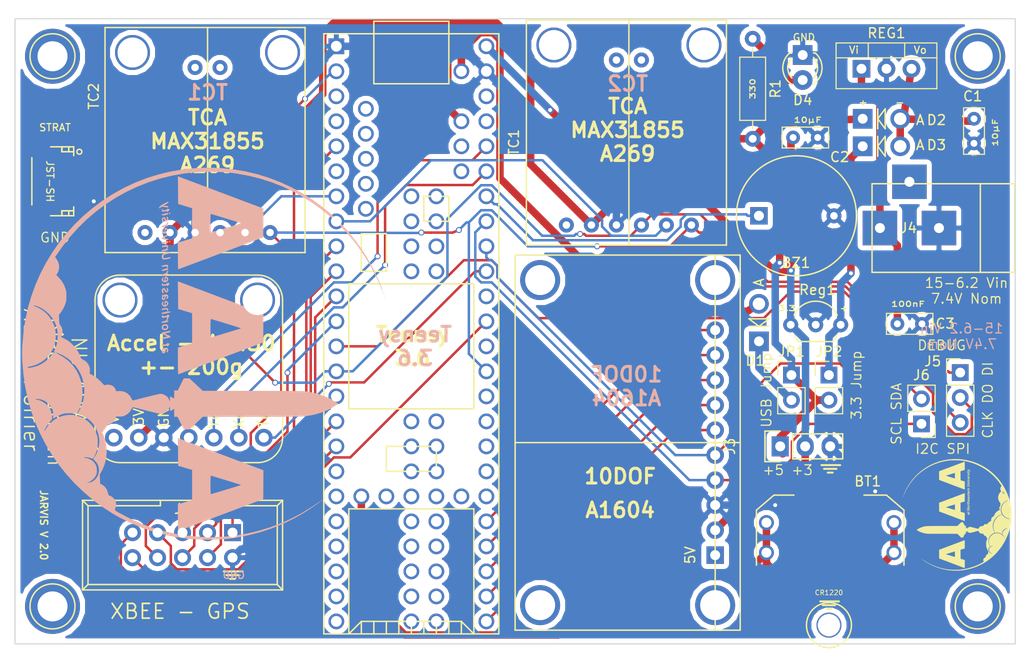
<source format=kicad_pcb>
(kicad_pcb (version 4) (host pcbnew 4.0.6)
  (layers (0 F.Cu signal) (31 B.Cu signal) (34 B.Paste user) (35 F.Paste user) (36 B.SilkS user) (37 F.SilkS user) (38 B.Mask user) (39 F.Mask user) (44 Edge.Cuts user))
  (net 0 "")
  (net 1 /TX-XB)
  (net 2 /RX-XB)
  (net 3 /RX-GPS)
  (net 4 /CTS-XB)
  (net 5 "Net-(J4-Pad3)")
  (net 6 /DIN)
  (net 7 /DOUT)
  (net 8 /SCL)
  (net 9 /SDA)
  (net 10 /CS-TC1)
  (net 11 /CS_TS2)
  (net 12 "Net-(U1-Pad20)")
  (net 13 "Net-(U1-Pad15)")
  (net 14 "Net-(U1-Pad21)")
  (net 15 "Net-(U1-Pad22)")
  (net 16 "Net-(U1-Pad23)")
  (net 17 "Net-(U1-Pad24)")
  (net 18 "Net-(U1-Pad26)")
  (net 19 "Net-(U1-Pad27)")
  (net 20 "Net-(U1-Pad28)")
  (net 21 "Net-(U1-Pad29)")
  (net 22 "Net-(U1-Pad30)")
  (net 23 "Net-(U1-Pad31)")
  (net 24 "Net-(U1-Pad32)")
  (net 25 "Net-(U1-Pad33)")
  (net 26 "Net-(U1-Pad34)")
  (net 27 "Net-(U1-Pad35)")
  (net 28 "Net-(U1-Pad36)")
  (net 29 "Net-(U1-Pad37)")
  (net 30 /TX-GPS)
  (net 31 "Net-(U1-Pad6)")
  (net 32 "Net-(U1-Pad4)")
  (net 33 "Net-(U1-Pad3)")
  (net 34 /TX_STRAT)
  (net 35 "Net-(U1-Pad38)")
  (net 36 "Net-(U1-Pad39)")
  (net 37 /CLK)
  (net 38 "Net-(U1-Pad41)")
  (net 39 "Net-(U1-Pad43)")
  (net 40 "Net-(U1-Pad44)")
  (net 41 "Net-(U1-Pad48)")
  (net 42 "Net-(U1-Pad49)")
  (net 43 "Net-(U1-Pad50)")
  (net 44 "Net-(U1-Pad51)")
  (net 45 "Net-(U1-Pad56)")
  (net 46 "Net-(U1-Pad57)")
  (net 47 "Net-(U1-Pad63)")
  (net 48 "Net-(U1-Pad64)")
  (net 49 "Net-(U1-Pad65)")
  (net 50 "Net-(U1-Pad66)")
  (net 51 "Net-(U1-Pad67)")
  (net 52 "Net-(U1-Pad68)")
  (net 53 "Net-(U1-Pad69)")
  (net 54 "Net-(U1-Pad70)")
  (net 55 "Net-(U1-Pad71)")
  (net 56 "Net-(U1-Pad72)")
  (net 57 "Net-(U1-Pad73)")
  (net 58 "Net-(U1-Pad74)")
  (net 59 "Net-(U1-Pad75)")
  (net 60 "Net-(U1-Pad76)")
  (net 61 "Net-(U1-Pad77)")
  (net 62 "Net-(U1-Pad78)")
  (net 63 "Net-(U1-Pad79)")
  (net 64 "Net-(U1-Pad80)")
  (net 65 "Net-(U1-Pad81)")
  (net 66 "Net-(U1-Pad82)")
  (net 67 "Net-(U1-Pad83)")
  (net 68 "Net-(U1-Pad84)")
  (net 69 "Net-(U1-Pad85)")
  (net 70 "Net-(U1-Pad86)")
  (net 71 "Net-(U1-Pad58)")
  (net 72 "Net-(U1-Pad59)")
  (net 73 "Net-(U1-Pad60)")
  (net 74 "Net-(U1-Pad61)")
  (net 75 "Net-(U1-Pad62)")
  (net 76 "Net-(U2-Pad4)")
  (net 77 GND)
  (net 78 "Net-(C1-Pad1)")
  (net 79 /3.3V)
  (net 80 "Net-(C3-Pad1)")
  (net 81 /VUSB)
  (net 82 "Net-(D1-Pad1)")
  (net 83 /Vin)
  (net 84 "Net-(D3-Pad1)")
  (net 85 "Net-(D4-Pad2)")
  (net 86 "Net-(TC1-Pad1)")
  (net 87 "Net-(TC2-Pad1)")
  (net 88 "Net-(U2-Pad1)")
  (net 89 "Net-(U3-Pad1)")
  (net 90 "Net-(J2-Pad1)")
  (net 91 "Net-(J2-Pad2)")
  (net 92 "Net-(J2-Pad3)")
  (net 93 "Net-(BT1-Pad1)")
  (net 94 /GPS-FIX)
  (net 95 /Xbee_SS)
  (net 96 /Xbee_ATTN)
  (net 97 "Net-(U1-Pad18)")
  (net 98 "Net-(U1-Pad19)")
  (net 99 "Net-(BZ1-Pad1)")
  (module adafruit_BOBs:10DOF_BOB_ADA16014 (layer F.Cu) (at 179.07 100.838 90)
    (fp_text reference U3 hide)
    (fp_text value 10DOF_A1604)
    (fp_text user 5V (at -30.48 -5.08 90) (layer F.SilkS))
    (pad 11 thru_hole circle (at -2.54 -20.32 90) (size 4.064 4.064) (drill 3.048) (layers *.Cu *.Mask))
    (pad 11 thru_hole circle (at -35.56 -20.32 90) (size 4.064 4.064) (drill 3.048) (layers *.Cu *.Mask))
    (pad 11 thru_hole circle (at -35.56 -2.54 90) (size 4.064 4.064) (drill 3.048) (layers *.Cu *.Mask))
    (pad 5 thru_hole circle (at -20.32 -2.54 90) (size 1.778 1.778) (drill 1.016) (layers *.Cu *.Mask) (net 9 /SDA))
    (pad 4 thru_hole circle (at -22.86 -2.54 90) (size 1.778 1.778) (drill 1.016) (layers *.Cu *.Mask) (net 8 /SCL))
    (pad 3 thru_hole circle (at -25.4 -2.54 90) (size 1.778 1.778) (drill 1.016) (layers *.Cu *.Mask) (net 77 GND))
    (pad 2 thru_hole circle (at -27.94 -2.54 90) (size 1.778 1.778) (drill 1.016) (layers *.Cu *.Mask) (net 79 /3.3V))
    (pad 1 thru_hole rect (at -30.48 -2.54 90) (size 1.778 1.778) (drill 1.016) (layers *.Cu *.Mask) (net 89 "Net-(U3-Pad1)"))
    (pad 6 thru_hole circle (at -17.78 -2.54 90) (size 1.778 1.778) (drill 1.016) (layers *.Cu *.Mask) (net 22 "Net-(U1-Pad30)"))
    (pad 7 thru_hole circle (at -15.24 -2.54 90) (size 1.778 1.778) (drill 1.016) (layers *.Cu *.Mask) (net 23 "Net-(U1-Pad31)"))
    (pad 8 thru_hole circle (at -12.7 -2.54 90) (size 1.778 1.778) (drill 1.016) (layers *.Cu *.Mask) (net 24 "Net-(U1-Pad32)"))
    (pad 9 thru_hole circle (at -10.16 -2.54 90) (size 1.778 1.778) (drill 1.016) (layers *.Cu *.Mask) (net 25 "Net-(U1-Pad33)"))
    (pad 10 thru_hole circle (at -7.62 -2.54 90) (size 1.778 1.778) (drill 1.016) (layers *.Cu *.Mask) (net 26 "Net-(U1-Pad34)"))
    (pad 11 thru_hole circle (at -2.54 -2.54 90) (size 4.064 4.064) (drill 3.048) (layers *.Cu *.Mask))
  )
  (module custom_master:CR1220_Conn_TH_MPD (layer F.Cu) (at 188.087 129.54 180)
    (fp_text reference BT1 (at -3.937 5.715 180) (layer F.SilkS))
    (fp_text value Battery_Cell)
    (fp_text user CR1220 (at 0 -5.588 180) (layer F.SilkS) (effects (font (size 0.492 0.492) (thickness 0.0738))))
    (pad 2 smd circle (at 0 0 180) (size 10.16 10.16) (layers F.Cu F.Paste F.Mask) (net 77 GND))
    (pad 1 thru_hole circle (at -6.604 -1.524 180) (size 1.524 1.524) (drill 1.016) (layers *.Cu *.Mask) (net 93 "Net-(BT1-Pad1)"))
    (pad 1 thru_hole circle (at 6.35 -1.524 180) (size 1.524 1.524) (drill 1.016) (layers *.Cu *.Mask) (net 93 "Net-(BT1-Pad1)"))
    (pad 1 thru_hole circle (at 6.35 1.524 180) (size 1.524 1.524) (drill 1.016) (layers *.Cu *.Mask) (net 93 "Net-(BT1-Pad1)"))
    (pad 1 thru_hole circle (at -6.604 1.524 180) (size 1.524 1.524) (drill 1.016) (layers *.Cu *.Mask) (net 93 "Net-(BT1-Pad1)"))
  )
  (module Connectors:1pin (layer F.Cu) (at 188.087 138.43)
    (fp_text reference REF** hide)
    (fp_text value 1pin)
    (pad 1 thru_hole circle (at 0 0) (size 2.54 2.54) (drill 2.2606) (layers *.Cu *.Mask))
  )
  (module adafruit_BOBs:TCA_BOB_ADA269 (layer F.Cu) (at 177.673 76.962 90)
    (fp_text reference TC1 (at -12.446 -21.59 90) (layer F.SilkS))
    (fp_text value TCA-ADA-269)
    (pad TH thru_hole circle (at -4.064 -8.636 90) (size 1.524 1.524) (drill 0.762) (layers *.Cu *.Mask))
    (pad TH thru_hole circle (at -4.064 -11.176 90) (size 1.524 1.524) (drill 0.762) (layers *.Cu *.Mask))
    (pad 1 thru_hole circle (at -20.828 -16.256 90) (size 1.524 1.524) (drill 0.762) (layers *.Cu *.Mask) (net 86 "Net-(TC1-Pad1)"))
    (pad 2 thru_hole circle (at -20.828 -13.716 90) (size 1.524 1.524) (drill 0.762) (layers *.Cu *.Mask) (net 79 /3.3V))
    (pad 3 thru_hole circle (at -20.828 -11.176 90) (size 1.524 1.524) (drill 0.762) (layers *.Cu *.Mask) (net 77 GND))
    (pad 4 thru_hole circle (at -20.828 -8.636 90) (size 1.524 1.524) (drill 0.762) (layers *.Cu *.Mask) (net 6 /DIN))
    (pad 5 thru_hole circle (at -20.828 -6.096 90) (size 1.524 1.524) (drill 0.762) (layers *.Cu *.Mask) (net 10 /CS-TC1))
    (pad 6 thru_hole circle (at -20.828 -3.556 90) (size 1.524 1.524) (drill 0.762) (layers *.Cu *.Mask) (net 37 /CLK))
    (pad TH thru_hole circle (at -2.54 -17.526 90) (size 3.556 3.556) (drill 3.048) (layers *.Cu *.Mask))
    (pad TH thru_hole circle (at -2.54 -2.286 90) (size 3.556 3.556) (drill 3.048) (layers *.Cu *.Mask))
  )
  (module adafruit_BOBs:TCA_BOB_ADA269 (layer F.Cu) (at 134.874 77.724 90)
    (fp_text reference TC2 (at -6.985 -21.463 90) (layer F.SilkS))
    (fp_text value TCA-ADA-269)
    (pad TH thru_hole circle (at -4.064 -8.636 90) (size 1.524 1.524) (drill 0.762) (layers *.Cu *.Mask))
    (pad TH thru_hole circle (at -4.064 -11.176 90) (size 1.524 1.524) (drill 0.762) (layers *.Cu *.Mask))
    (pad 1 thru_hole circle (at -20.828 -16.256 90) (size 1.524 1.524) (drill 0.762) (layers *.Cu *.Mask) (net 87 "Net-(TC2-Pad1)"))
    (pad 2 thru_hole circle (at -20.828 -13.716 90) (size 1.524 1.524) (drill 0.762) (layers *.Cu *.Mask) (net 79 /3.3V))
    (pad 3 thru_hole circle (at -20.828 -11.176 90) (size 1.524 1.524) (drill 0.762) (layers *.Cu *.Mask) (net 77 GND))
    (pad 4 thru_hole circle (at -20.828 -8.636 90) (size 1.524 1.524) (drill 0.762) (layers *.Cu *.Mask) (net 6 /DIN))
    (pad 5 thru_hole circle (at -20.828 -6.096 90) (size 1.524 1.524) (drill 0.762) (layers *.Cu *.Mask) (net 11 /CS_TS2))
    (pad 6 thru_hole circle (at -20.828 -3.556 90) (size 1.524 1.524) (drill 0.762) (layers *.Cu *.Mask) (net 37 /CLK))
    (pad TH thru_hole circle (at -2.54 -17.526 90) (size 3.556 3.556) (drill 3.048) (layers *.Cu *.Mask))
    (pad TH thru_hole circle (at -2.54 -2.286 90) (size 3.556 3.556) (drill 3.048) (layers *.Cu *.Mask))
  )
  (module Teensy:Teensy35_36 (layer F.Cu) (at 145.669 108.839 270)
    (fp_text reference U1 hide)
    (fp_text value Teensy3.6)
    (pad 17 thru_hole circle (at 11.43 7.62 270) (size 1.6 1.6) (drill 1.1) (layers *.Cu *.Mask) (net 96 /Xbee_ATTN))
    (pad 18 thru_hole circle (at 13.97 7.62 270) (size 1.6 1.6) (drill 1.1) (layers *.Cu *.Mask) (net 97 "Net-(U1-Pad18)"))
    (pad 19 thru_hole circle (at 16.51 7.62 270) (size 1.6 1.6) (drill 1.1) (layers *.Cu *.Mask) (net 98 "Net-(U1-Pad19)"))
    (pad 20 thru_hole circle (at 19.05 7.62 270) (size 1.6 1.6) (drill 1.1) (layers *.Cu *.Mask) (net 12 "Net-(U1-Pad20)"))
    (pad 16 thru_hole circle (at 8.89 7.62 270) (size 1.6 1.6) (drill 1.1) (layers *.Cu *.Mask) (net 94 /GPS-FIX))
    (pad 15 thru_hole circle (at 6.35 7.62 270) (size 1.6 1.6) (drill 1.1) (layers *.Cu *.Mask) (net 13 "Net-(U1-Pad15)"))
    (pad 14 thru_hole circle (at 3.81 7.62 270) (size 1.6 1.6) (drill 1.1) (layers *.Cu *.Mask) (net 6 /DIN))
    (pad 21 thru_hole circle (at 21.59 7.62 270) (size 1.6 1.6) (drill 1.1) (layers *.Cu *.Mask) (net 14 "Net-(U1-Pad21)"))
    (pad 22 thru_hole circle (at 24.13 7.62 270) (size 1.6 1.6) (drill 1.1) (layers *.Cu *.Mask) (net 15 "Net-(U1-Pad22)"))
    (pad 23 thru_hole circle (at 26.67 7.62 270) (size 1.6 1.6) (drill 1.1) (layers *.Cu *.Mask) (net 16 "Net-(U1-Pad23)"))
    (pad 24 thru_hole circle (at 29.21 7.62 270) (size 1.6 1.6) (drill 1.1) (layers *.Cu *.Mask) (net 17 "Net-(U1-Pad24)"))
    (pad 25 thru_hole circle (at 16.51 5.08 270) (size 1.6 1.6) (drill 1.1) (layers *.Cu *.Mask) (net 93 "Net-(BT1-Pad1)"))
    (pad 26 thru_hole circle (at 16.51 2.54 270) (size 1.6 1.6) (drill 1.1) (layers *.Cu *.Mask) (net 18 "Net-(U1-Pad26)"))
    (pad 27 thru_hole circle (at 16.51 0 270) (size 1.6 1.6) (drill 1.1) (layers *.Cu *.Mask) (net 19 "Net-(U1-Pad27)"))
    (pad 28 thru_hole circle (at 16.51 -2.54 270) (size 1.6 1.6) (drill 1.1) (layers *.Cu *.Mask) (net 20 "Net-(U1-Pad28)"))
    (pad 29 thru_hole circle (at 16.51 -5.08 270) (size 1.6 1.6) (drill 1.1) (layers *.Cu *.Mask) (net 21 "Net-(U1-Pad29)"))
    (pad 30 thru_hole circle (at 29.21 -7.62 270) (size 1.6 1.6) (drill 1.1) (layers *.Cu *.Mask) (net 22 "Net-(U1-Pad30)"))
    (pad 31 thru_hole circle (at 26.67 -7.62 270) (size 1.6 1.6) (drill 1.1) (layers *.Cu *.Mask) (net 23 "Net-(U1-Pad31)"))
    (pad 32 thru_hole circle (at 24.13 -7.62 270) (size 1.6 1.6) (drill 1.1) (layers *.Cu *.Mask) (net 24 "Net-(U1-Pad32)"))
    (pad 33 thru_hole circle (at 21.59 -7.62 270) (size 1.6 1.6) (drill 1.1) (layers *.Cu *.Mask) (net 25 "Net-(U1-Pad33)"))
    (pad 34 thru_hole circle (at 19.05 -7.62 270) (size 1.6 1.6) (drill 1.1) (layers *.Cu *.Mask) (net 26 "Net-(U1-Pad34)"))
    (pad 35 thru_hole circle (at 16.51 -7.62 270) (size 1.6 1.6) (drill 1.1) (layers *.Cu *.Mask) (net 27 "Net-(U1-Pad35)"))
    (pad 36 thru_hole circle (at 13.97 -7.62 270) (size 1.6 1.6) (drill 1.1) (layers *.Cu *.Mask) (net 28 "Net-(U1-Pad36)"))
    (pad 37 thru_hole circle (at 11.43 -7.62 270) (size 1.6 1.6) (drill 1.1) (layers *.Cu *.Mask) (net 29 "Net-(U1-Pad37)"))
    (pad 13 thru_hole circle (at 1.27 7.62 270) (size 1.6 1.6) (drill 1.1) (layers *.Cu *.Mask) (net 7 /DOUT))
    (pad 12 thru_hole circle (at -1.27 7.62 270) (size 1.6 1.6) (drill 1.1) (layers *.Cu *.Mask) (net 3 /RX-GPS))
    (pad 11 thru_hole circle (at -3.81 7.62 270) (size 1.6 1.6) (drill 1.1) (layers *.Cu *.Mask) (net 30 /TX-GPS))
    (pad 10 thru_hole circle (at -6.35 7.62 270) (size 1.6 1.6) (drill 1.1) (layers *.Cu *.Mask) (net 2 /RX-XB))
    (pad 9 thru_hole circle (at -8.89 7.62 270) (size 1.6 1.6) (drill 1.1) (layers *.Cu *.Mask) (net 1 /TX-XB))
    (pad 8 thru_hole circle (at -11.43 7.62 270) (size 1.6 1.6) (drill 1.1) (layers *.Cu *.Mask) (net 10 /CS-TC1))
    (pad 7 thru_hole circle (at -13.97 7.62 270) (size 1.6 1.6) (drill 1.1) (layers *.Cu *.Mask) (net 11 /CS_TS2))
    (pad 6 thru_hole circle (at -16.51 7.62 270) (size 1.6 1.6) (drill 1.1) (layers *.Cu *.Mask) (net 31 "Net-(U1-Pad6)"))
    (pad 5 thru_hole circle (at -19.05 7.62 270) (size 1.6 1.6) (drill 1.1) (layers *.Cu *.Mask) (net 4 /CTS-XB))
    (pad 4 thru_hole circle (at -21.59 7.62 270) (size 1.6 1.6) (drill 1.1) (layers *.Cu *.Mask) (net 32 "Net-(U1-Pad4)"))
    (pad 3 thru_hole circle (at -24.13 7.62 270) (size 1.6 1.6) (drill 1.1) (layers *.Cu *.Mask) (net 33 "Net-(U1-Pad3)"))
    (pad 2 thru_hole circle (at -26.67 7.62 270) (size 1.6 1.6) (drill 1.1) (layers *.Cu *.Mask) (net 34 /TX_STRAT))
    (pad 1 thru_hole rect (at -29.21 7.62 270) (size 1.6 1.6) (drill 1.1) (layers *.Cu *.Mask) (net 77 GND))
    (pad 38 thru_hole circle (at 8.89 -7.62 270) (size 1.6 1.6) (drill 1.1) (layers *.Cu *.Mask) (net 35 "Net-(U1-Pad38)"))
    (pad 39 thru_hole circle (at 6.35 -7.62 270) (size 1.6 1.6) (drill 1.1) (layers *.Cu *.Mask) (net 36 "Net-(U1-Pad39)"))
    (pad 40 thru_hole circle (at 3.81 -7.62 270) (size 1.6 1.6) (drill 1.1) (layers *.Cu *.Mask) (net 37 /CLK))
    (pad 41 thru_hole circle (at 1.27 -7.62 270) (size 1.6 1.6) (drill 1.1) (layers *.Cu *.Mask) (net 38 "Net-(U1-Pad41)"))
    (pad 42 thru_hole circle (at -1.27 -7.62 270) (size 1.6 1.6) (drill 1.1) (layers *.Cu *.Mask) (net 95 /Xbee_SS))
    (pad 43 thru_hole circle (at -3.81 -7.62 270) (size 1.6 1.6) (drill 1.1) (layers *.Cu *.Mask) (net 39 "Net-(U1-Pad43)"))
    (pad 44 thru_hole circle (at -6.35 -7.62 270) (size 1.6 1.6) (drill 1.1) (layers *.Cu *.Mask) (net 40 "Net-(U1-Pad44)"))
    (pad 45 thru_hole circle (at -8.89 -7.62 270) (size 1.6 1.6) (drill 1.1) (layers *.Cu *.Mask) (net 9 /SDA))
    (pad 46 thru_hole circle (at -11.43 -7.62 270) (size 1.6 1.6) (drill 1.1) (layers *.Cu *.Mask) (net 8 /SCL))
    (pad 47 thru_hole circle (at -13.97 -7.62 270) (size 1.6 1.6) (drill 1.1) (layers *.Cu *.Mask) (net 99 "Net-(BZ1-Pad1)"))
    (pad 48 thru_hole circle (at -16.51 -7.62 270) (size 1.6 1.6) (drill 1.1) (layers *.Cu *.Mask) (net 41 "Net-(U1-Pad48)"))
    (pad 49 thru_hole circle (at -19.05 -7.62 270) (size 1.6 1.6) (drill 1.1) (layers *.Cu *.Mask) (net 42 "Net-(U1-Pad49)"))
    (pad 50 thru_hole circle (at -21.59 -7.62 270) (size 1.6 1.6) (drill 1.1) (layers *.Cu *.Mask) (net 43 "Net-(U1-Pad50)"))
    (pad 51 thru_hole circle (at -24.13 -7.62 270) (size 1.6 1.6) (drill 1.1) (layers *.Cu *.Mask) (net 44 "Net-(U1-Pad51)"))
    (pad 52 thru_hole circle (at -26.67 -7.62 270) (size 1.6 1.6) (drill 1.1) (layers *.Cu *.Mask) (net 77 GND))
    (pad 53 thru_hole circle (at -29.21 -7.62 270) (size 1.6 1.6) (drill 1.1) (layers *.Cu *.Mask) (net 83 /Vin))
    (pad 54 thru_hole circle (at -26.67 -5.08 270) (size 1.6 1.6) (drill 1.1) (layers *.Cu *.Mask) (net 81 /VUSB))
    (pad 55 thru_hole circle (at -21.59 -5.08 270) (size 1.6 1.6) (drill 1.1) (layers *.Cu *.Mask) (net 79 /3.3V))
    (pad 56 thru_hole circle (at -19.05 -5.08 270) (size 1.6 1.6) (drill 1.1) (layers *.Cu *.Mask) (net 45 "Net-(U1-Pad56)"))
    (pad 57 thru_hole circle (at -16.51 -5.08 270) (size 1.6 1.6) (drill 1.1) (layers *.Cu *.Mask) (net 46 "Net-(U1-Pad57)"))
    (pad 63 thru_hole circle (at -13.97 0 270) (size 1.6 1.6) (drill 1.1) (layers *.Cu *.Mask) (net 47 "Net-(U1-Pad63)"))
    (pad 64 thru_hole circle (at -11.43 0 270) (size 1.6 1.6) (drill 1.1) (layers *.Cu *.Mask) (net 48 "Net-(U1-Pad64)"))
    (pad 65 thru_hole circle (at -8.89 0 270) (size 1.6 1.6) (drill 1.1) (layers *.Cu *.Mask) (net 49 "Net-(U1-Pad65)"))
    (pad 66 thru_hole circle (at -6.35 0 270) (size 1.6 1.6) (drill 1.1) (layers *.Cu *.Mask) (net 50 "Net-(U1-Pad66)"))
    (pad 67 thru_hole circle (at 8.89 0 270) (size 1.6 1.6) (drill 1.1) (layers *.Cu *.Mask) (net 51 "Net-(U1-Pad67)"))
    (pad 68 thru_hole circle (at 11.43 0 270) (size 1.6 1.6) (drill 1.1) (layers *.Cu *.Mask) (net 52 "Net-(U1-Pad68)"))
    (pad 69 thru_hole circle (at 13.97 0 270) (size 1.6 1.6) (drill 1.1) (layers *.Cu *.Mask) (net 53 "Net-(U1-Pad69)"))
    (pad 70 thru_hole circle (at 19.05 0 270) (size 1.6 1.6) (drill 1.1) (layers *.Cu *.Mask) (net 54 "Net-(U1-Pad70)"))
    (pad 71 thru_hole circle (at 21.59 0 270) (size 1.6 1.6) (drill 1.1) (layers *.Cu *.Mask) (net 55 "Net-(U1-Pad71)"))
    (pad 72 thru_hole circle (at 24.13 0 270) (size 1.6 1.6) (drill 1.1) (layers *.Cu *.Mask) (net 56 "Net-(U1-Pad72)"))
    (pad 73 thru_hole circle (at 26.67 0 270) (size 1.6 1.6) (drill 1.1) (layers *.Cu *.Mask) (net 57 "Net-(U1-Pad73)"))
    (pad 74 thru_hole circle (at 29.21 0 270) (size 1.6 1.6) (drill 1.1) (layers *.Cu *.Mask) (net 58 "Net-(U1-Pad74)"))
    (pad 75 thru_hole circle (at 29.21 -2.54 270) (size 1.6 1.6) (drill 1.1) (layers *.Cu *.Mask) (net 59 "Net-(U1-Pad75)"))
    (pad 76 thru_hole circle (at 26.67 -2.54 270) (size 1.6 1.6) (drill 1.1) (layers *.Cu *.Mask) (net 60 "Net-(U1-Pad76)"))
    (pad 77 thru_hole circle (at 24.13 -2.54 270) (size 1.6 1.6) (drill 1.1) (layers *.Cu *.Mask) (net 61 "Net-(U1-Pad77)"))
    (pad 78 thru_hole circle (at 21.59 -2.54 270) (size 1.6 1.6) (drill 1.1) (layers *.Cu *.Mask) (net 62 "Net-(U1-Pad78)"))
    (pad 79 thru_hole circle (at 19.05 -2.54 270) (size 1.6 1.6) (drill 1.1) (layers *.Cu *.Mask) (net 63 "Net-(U1-Pad79)"))
    (pad 80 thru_hole circle (at 13.97 -2.54 270) (size 1.6 1.6) (drill 1.1) (layers *.Cu *.Mask) (net 64 "Net-(U1-Pad80)"))
    (pad 81 thru_hole circle (at 11.43 -2.54 270) (size 1.6 1.6) (drill 1.1) (layers *.Cu *.Mask) (net 65 "Net-(U1-Pad81)"))
    (pad 82 thru_hole circle (at 8.89 -2.54 270) (size 1.6 1.6) (drill 1.1) (layers *.Cu *.Mask) (net 66 "Net-(U1-Pad82)"))
    (pad 83 thru_hole circle (at -6.35 -2.54 270) (size 1.6 1.6) (drill 1.1) (layers *.Cu *.Mask) (net 67 "Net-(U1-Pad83)"))
    (pad 84 thru_hole circle (at -8.89 -2.54 270) (size 1.6 1.6) (drill 1.1) (layers *.Cu *.Mask) (net 68 "Net-(U1-Pad84)"))
    (pad 85 thru_hole circle (at -11.43 -2.54 270) (size 1.6 1.6) (drill 1.1) (layers *.Cu *.Mask) (net 69 "Net-(U1-Pad85)"))
    (pad 86 thru_hole circle (at -13.97 -2.54 270) (size 1.6 1.6) (drill 1.1) (layers *.Cu *.Mask) (net 70 "Net-(U1-Pad86)"))
    (pad 58 thru_hole circle (at -22.86 4.62 270) (size 1.6 1.6) (drill 1.1) (layers *.Cu *.Mask) (net 71 "Net-(U1-Pad58)"))
    (pad 59 thru_hole circle (at -20.32 4.62 270) (size 1.6 1.6) (drill 1.1) (layers *.Cu *.Mask) (net 72 "Net-(U1-Pad59)"))
    (pad 60 thru_hole circle (at -17.78 4.62 270) (size 1.6 1.6) (drill 1.1) (layers *.Cu *.Mask) (net 73 "Net-(U1-Pad60)"))
    (pad 61 thru_hole circle (at -15.24 4.62 270) (size 1.6 1.6) (drill 1.1) (layers *.Cu *.Mask) (net 74 "Net-(U1-Pad61)"))
    (pad 62 thru_hole circle (at -12.7 4.62 270) (size 1.6 1.6) (drill 1.1) (layers *.Cu *.Mask) (net 75 "Net-(U1-Pad62)"))
  )
  (module adafruit_BOBs:Accel_BOB_A1413 (layer F.Cu) (at 123.698 113.03)
    (fp_text reference U2 hide)
    (fp_text value ACCL_BOB_A1413)
    (fp_text user Test (at 6.985 3.81 90) (layer F.SilkS))
    (fp_text user Xout (at 4.445 3.81 90) (layer F.SilkS))
    (fp_text user Yout (at 1.905 3.81 90) (layer F.SilkS))
    (fp_text user Zout (at -0.635 3.81 90) (layer F.SilkS))
    (fp_text user GND (at -3.175 3.81 90) (layer F.SilkS))
    (fp_text user 3Vo (at -5.715 3.81 90) (layer F.SilkS))
    (fp_text user Vin (at -8.255 3.81 90) (layer F.SilkS))
    (pad TH_1 thru_hole circle (at 6.35 -7.62) (size 3.556 3.556) (drill 3.048) (layers *.Cu *.Mask))
    (pad TH thru_hole circle (at -7.62 -7.62) (size 3.556 3.556) (drill 3.048) (layers *.Cu *.Mask))
    (pad 4 thru_hole circle (at -0.635 6.35) (size 1.778 1.778) (drill 1.016) (layers *.Cu *.Mask) (net 76 "Net-(U2-Pad4)"))
    (pad 5 thru_hole circle (at 1.905 6.35) (size 1.778 1.778) (drill 1.016) (layers *.Cu *.Mask) (net 42 "Net-(U1-Pad49)"))
    (pad 6 thru_hole circle (at 4.445 6.35) (size 1.778 1.778) (drill 1.016) (layers *.Cu *.Mask) (net 41 "Net-(U1-Pad48)"))
    (pad 7 thru_hole circle (at 6.985 6.35) (size 1.778 1.778) (drill 1.016) (layers *.Cu *.Mask) (net 40 "Net-(U1-Pad44)"))
    (pad 3 thru_hole circle (at -3.175 6.35) (size 1.778 1.778) (drill 1.016) (layers *.Cu *.Mask) (net 77 GND))
    (pad 2 thru_hole circle (at -5.715 6.35) (size 1.778 1.778) (drill 1.016) (layers *.Cu *.Mask) (net 79 /3.3V))
    (pad 1 thru_hole circle (at -8.255 6.35) (size 1.778 1.778) (drill 1.016) (layers *.Cu *.Mask) (net 88 "Net-(U2-Pad1)"))
  )
  (module custom_master:BARREL_JACK_W_Header_Holes (layer F.Cu) (at 199.46366 98.0948 180)
    (fp_text reference J4 (at 3.302 0 360) (layer F.SilkS))
    (fp_text value BARREL_JACK)
    (pad 1 thru_hole rect (at 6.20014 0 180) (size 3.50012 3.50012) (drill 1.016) (layers *.Cu *.Mask) (net 80 "Net-(C3-Pad1)"))
    (pad 2 thru_hole rect (at 0.20066 0 180) (size 3.50012 3.50012) (drill 1.016) (layers *.Cu *.Mask) (net 77 GND))
    (pad 3 thru_hole rect (at 3.2004 4.699 180) (size 3.50012 3.50012) (drill 1.016) (layers *.Cu *.Mask) (net 5 "Net-(J4-Pad3)"))
  )
  (module LEDs:LED-3MM (layer F.Cu) (at 185.42 80.518 270)
    (fp_text reference D4 (at 4.572 0 360) (layer F.SilkS))
    (fp_text value LED)
    (pad 1 thru_hole rect (at 0 0) (size 2 2) (drill 1.00076) (layers *.Cu *.Mask) (net 77 GND))
    (pad 2 thru_hole circle (at 2.54 0 270) (size 2 2) (drill 1.00076) (layers *.Cu *.Mask) (net 85 "Net-(D4-Pad2)"))
  )
  (module Connectors:IDC_Header_Straight_10pins (layer F.Cu) (at 127.508 129.032 180)
    (fp_text reference J1 (at 5.08 2.413 180) (layer F.SilkS))
    (fp_text value Xbee-Conn)
    (pad 1 thru_hole rect (at 0 0 180) (size 1.7272 1.7272) (drill 1.016) (layers *.Cu *.Mask) (net 30 /TX-GPS))
    (pad 2 thru_hole oval (at 0 -2.54 180) (size 1.7272 1.7272) (drill 1.016) (layers *.Cu *.Mask) (net 77 GND))
    (pad 3 thru_hole oval (at 2.54 0 180) (size 1.7272 1.7272) (drill 1.016) (layers *.Cu *.Mask) (net 1 /TX-XB))
    (pad 4 thru_hole oval (at 2.54 -2.54 180) (size 1.7272 1.7272) (drill 1.016) (layers *.Cu *.Mask) (net 2 /RX-XB))
    (pad 5 thru_hole oval (at 5.08 0 180) (size 1.7272 1.7272) (drill 1.016) (layers *.Cu *.Mask) (net 3 /RX-GPS))
    (pad 6 thru_hole oval (at 5.08 -2.54 180) (size 1.7272 1.7272) (drill 1.016) (layers *.Cu *.Mask) (net 4 /CTS-XB))
    (pad 7 thru_hole oval (at 7.62 0 180) (size 1.7272 1.7272) (drill 1.016) (layers *.Cu *.Mask) (net 94 /GPS-FIX))
    (pad 8 thru_hole oval (at 7.62 -2.54 180) (size 1.7272 1.7272) (drill 1.016) (layers *.Cu *.Mask) (net 37 /CLK))
    (pad 9 thru_hole oval (at 10.16 0 180) (size 1.7272 1.7272) (drill 1.016) (layers *.Cu *.Mask) (net 95 /Xbee_SS))
    (pad 10 thru_hole oval (at 10.16 -2.54 180) (size 1.7272 1.7272) (drill 1.016) (layers *.Cu *.Mask) (net 96 /Xbee_ATTN))
  )
  (module Pin_Headers:Pin_Header_Straight_1x03 (layer F.Cu) (at 183.134 120.269 90)
    (fp_text reference J3 (at 0 -5.1 90) (layer F.SilkS))
    (fp_text value Pow_byp)
    (pad 1 thru_hole rect (at 0 0 90) (size 2.032 1.7272) (drill 1.016) (layers *.Cu *.Mask) (net 83 /Vin))
    (pad 2 thru_hole oval (at 0 2.54 90) (size 2.032 1.7272) (drill 1.016) (layers *.Cu *.Mask) (net 79 /3.3V))
    (pad 3 thru_hole oval (at 0 5.08 90) (size 2.032 1.7272) (drill 1.016) (layers *.Cu *.Mask) (net 77 GND))
  )
  (module Resistors_THT:R_Axial_DIN0207_L6.3mm_D2.5mm_P10.16mm_Horizontal (layer F.Cu) (at 180.34 78.867 270)
    (fp_text reference R1 (at 5.08 -2.31 270) (layer F.SilkS))
    (fp_text value 180)
    (pad 1 thru_hole circle (at 0 0 270) (size 1.6 1.6) (drill 0.8) (layers *.Cu *.Mask) (net 85 "Net-(D4-Pad2)"))
    (pad 2 thru_hole oval (at 10.16 0 270) (size 1.6 1.6) (drill 0.8) (layers *.Cu *.Mask) (net 83 /Vin))
  )
  (module TO_SOT_Packages_THT:TO-92_Inline_Wide (layer F.Cu) (at 184.2008 107.9246)
    (fp_text reference Reg1 (at 2.7178 -3.556 180) (layer F.SilkS))
    (fp_text value L4931)
    (pad 2 thru_hole circle (at 2.54 0 90) (size 1.524 1.524) (drill 0.8) (layers *.Cu *.Mask) (net 77 GND))
    (pad 3 thru_hole circle (at 5.08 0 90) (size 1.524 1.524) (drill 0.8) (layers *.Cu *.Mask) (net 84 "Net-(D3-Pad1)"))
    (pad 1 thru_hole circle (at 0 0 90) (size 1.524 1.524) (drill 0.8) (layers *.Cu *.Mask) (net 79 /3.3V))
  )
  (module TO_SOT_Packages_THT:TO-220_Vertical (layer F.Cu) (at 191.389 81.915)
    (fp_text reference REG1 (at 2.54 -3.62) (layer F.SilkS))
    (fp_text value L7805AC)
    (pad 1 thru_hole rect (at 0 0) (size 1.8 1.8) (drill 1) (layers *.Cu *.Mask) (net 80 "Net-(C3-Pad1)"))
    (pad 2 thru_hole oval (at 2.54 0) (size 1.8 1.8) (drill 1) (layers *.Cu *.Mask) (net 77 GND))
    (pad 3 thru_hole oval (at 5.08 0) (size 1.8 1.8) (drill 1) (layers *.Cu *.Mask) (net 78 "Net-(C1-Pad1)"))
  )
  (module Connectors:1pin (layer F.Cu) (at 109.22 80.645)
    (fp_text reference REF** hide)
    (fp_text value 1pin)
    (pad 1 thru_hole circle (at 0 0) (size 5.588 5.588) (drill 3.048) (layers *.Cu *.Mask))
  )
  (module Connectors:1pin (layer F.Cu) (at 109.22 136.525)
    (fp_text reference REF** hide)
    (fp_text value 1pin)
    (pad 1 thru_hole circle (at 0 0) (size 5.588 5.588) (drill 3.048) (layers *.Cu *.Mask))
  )
  (module Connectors:1pin (layer F.Cu) (at 203.2 136.525)
    (fp_text reference REF** hide)
    (fp_text value 1pin)
    (pad 1 thru_hole circle (at 0 0) (size 5.588 5.588) (drill 3.048) (layers *.Cu *.Mask))
  )
  (module Connectors:1pin (layer F.Cu) (at 203.2 80.645)
    (fp_text reference REF** hide)
    (fp_text value 1pin)
    (pad 1 thru_hole circle (at 0 0) (size 5.588 5.588) (drill 3.048) (layers *.Cu *.Mask))
  )
  (module Diodes_THT:Diode_DO-41_SOD81_Vertical_AnodeUp (layer F.Cu) (at 180.975 109.601 90)
    (fp_text reference D1 (at -1.9558 -0.381 180) (layer F.SilkS))
    (fp_text value D_Schottky)
    (fp_text user A (at 5.969 0 90) (layer F.SilkS))
    (pad 2 thru_hole circle (at 3.81 0 90) (size 1.99898 1.99898) (drill 1.27) (layers *.Cu *.Mask) (net 81 /VUSB))
    (pad 1 thru_hole rect (at 0 0 90) (size 1.99898 1.99898) (drill 1.00076) (layers *.Cu *.Mask) (net 82 "Net-(D1-Pad1)"))
  )
  (module Diodes_THT:Diode_DO-41_SOD81_Vertical_AnodeUp (layer F.Cu) (at 191.516 86.995)
    (fp_text reference D2 (at 7.493 0.127) (layer F.SilkS))
    (fp_text value D_Schottky)
    (fp_text user A (at 5.842 0.127) (layer F.SilkS))
    (pad 2 thru_hole circle (at 3.81 0) (size 1.99898 1.99898) (drill 1.27) (layers *.Cu *.Mask) (net 78 "Net-(C1-Pad1)"))
    (pad 1 thru_hole rect (at 0 0) (size 1.99898 1.99898) (drill 1.00076) (layers *.Cu *.Mask) (net 83 /Vin))
  )
  (module Diodes_THT:Diode_DO-41_SOD81_Vertical_AnodeUp (layer F.Cu) (at 191.516 89.789)
    (fp_text reference D3 (at 7.493 -0.127) (layer F.SilkS))
    (fp_text value D_Schottky)
    (fp_text user A (at 5.842 -0.127) (layer F.SilkS))
    (pad 2 thru_hole circle (at 3.81 0) (size 1.99898 1.99898) (drill 1.27) (layers *.Cu *.Mask) (net 78 "Net-(C1-Pad1)"))
    (pad 1 thru_hole rect (at 0 0) (size 1.99898 1.99898) (drill 1.00076) (layers *.Cu *.Mask) (net 84 "Net-(D3-Pad1)"))
  )
  (module Pin_Headers:Pin_Header_Straight_1x02_Pitch2.54mm (layer F.Cu) (at 184.277 113.03)
    (fp_text reference JP1 (at 0 -2.39) (layer F.SilkS))
    (fp_text value VUSB_Jump)
    (pad 1 thru_hole rect (at 0 0) (size 1.7 1.7) (drill 1) (layers *.Cu *.Mask) (net 83 /Vin))
    (pad 2 thru_hole oval (at 0 2.54) (size 1.7 1.7) (drill 1) (layers *.Cu *.Mask) (net 82 "Net-(D1-Pad1)"))
  )
  (module Pin_Headers:Pin_Header_Straight_1x02_Pitch2.54mm (layer F.Cu) (at 188.087 113.03)
    (fp_text reference JP2 (at 0 -2.39) (layer F.SilkS))
    (fp_text value 33_Jump)
    (pad 1 thru_hole rect (at 0 0) (size 1.7 1.7) (drill 1) (layers *.Cu *.Mask) (net 84 "Net-(D3-Pad1)"))
    (pad 2 thru_hole oval (at 0 2.54) (size 1.7 1.7) (drill 1) (layers *.Cu *.Mask) (net 83 /Vin))
  )
  (module Pin_Headers:Pin_Header_Straight_1x03_Pitch2.54mm (layer F.Cu) (at 201.422 112.776)
    (fp_text reference J5 (at -2.794 -1.143) (layer F.SilkS))
    (fp_text value SPI_debug)
    (pad 1 thru_hole rect (at 0 0) (size 1.7 1.7) (drill 1) (layers *.Cu *.Mask) (net 6 /DIN))
    (pad 2 thru_hole oval (at 0 2.54) (size 1.7 1.7) (drill 1) (layers *.Cu *.Mask) (net 7 /DOUT))
    (pad 3 thru_hole oval (at 0 5.08) (size 1.7 1.7) (drill 1) (layers *.Cu *.Mask) (net 37 /CLK))
  )
  (module Pin_Headers:Pin_Header_Straight_1x02_Pitch2.54mm (layer F.Cu) (at 197.485 117.983 180)
    (fp_text reference J6 (at 0 4.953 180) (layer F.SilkS))
    (fp_text value I2C_Debug)
    (pad 1 thru_hole rect (at 0 0 180) (size 1.7 1.7) (drill 1) (layers *.Cu *.Mask) (net 8 /SCL))
    (pad 2 thru_hole oval (at 0 2.54 180) (size 1.7 1.7) (drill 1) (layers *.Cu *.Mask) (net 9 /SDA))
  )
  (module logos:aiaa_logo_inverse_2in_bSS (layer F.Cu) (at 124.333 113.919 270)
    (fp_text reference G*** hide)
    (fp_text value LOGO hide)
  )
  (module logos:aiaa_logo_pt5in_fss (layer F.Cu) (at 201.168 128.143 90)
    (fp_text reference G*** hide)
    (fp_text value LOGO hide)
  )
  (module Connectors_JST:JST_SH_SM05B-SRSS-TB_05x1.00mm_Angled (layer F.Cu) (at 109.7605 93.343 270)
    (fp_text reference J2 hide)
    (fp_text value STRAT_CONN)
    (pad 1 smd rect (at -2 -1.9375 270) (size 0.6 1.55) (layers F.Cu F.Paste F.Mask) (net 90 "Net-(J2-Pad1)"))
    (pad 2 smd rect (at -1 -1.9375 270) (size 0.6 1.55) (layers F.Cu F.Paste F.Mask) (net 91 "Net-(J2-Pad2)"))
    (pad 3 smd rect (at 0 -1.9375 270) (size 0.6 1.55) (layers F.Cu F.Paste F.Mask) (net 92 "Net-(J2-Pad3)"))
    (pad 4 smd rect (at 1 -1.9375 270) (size 0.6 1.55) (layers F.Cu F.Paste F.Mask) (net 34 /TX_STRAT))
    (pad 5 smd rect (at 2 -1.9375 270) (size 0.6 1.55) (layers F.Cu F.Paste F.Mask) (net 77 GND))
    (pad "" smd rect (at -3.3 1.9375 270) (size 1.2 1.8) (layers F.Cu F.Paste F.Mask))
    (pad "" smd rect (at 3.3 1.9375 270) (size 1.2 1.8) (layers F.Cu F.Paste F.Mask))
  )
  (module Capacitors_THT:C_Rect_L4.6mm_W2.0mm_P2.50mm_MKS02_FKP02 (layer F.Cu) (at 202.819 86.995 270)
    (fp_text reference C1 (at -2.286 0.127 360) (layer F.SilkS))
    (fp_text value 10µF)
    (pad 1 thru_hole circle (at 0 0 270) (size 1.4 1.4) (drill 0.7) (layers *.Cu *.Mask) (net 78 "Net-(C1-Pad1)"))
    (pad 2 thru_hole circle (at 2.5 0 270) (size 1.4 1.4) (drill 0.7) (layers *.Cu *.Mask) (net 77 GND))
  )
  (module Capacitors_THT:C_Rect_L4.6mm_W2.0mm_P2.50mm_MKS02_FKP02 (layer F.Cu) (at 186.944 88.9 180)
    (fp_text reference C2 (at -2.2352 -1.9812 180) (layer F.SilkS))
    (fp_text value 10µf)
    (pad 1 thru_hole circle (at 0 0 180) (size 1.4 1.4) (drill 0.7) (layers *.Cu *.Mask) (net 77 GND))
    (pad 2 thru_hole circle (at 2.5 0 180) (size 1.4 1.4) (drill 0.7) (layers *.Cu *.Mask) (net 79 /3.3V))
  )
  (module Capacitors_THT:C_Rect_L4.6mm_W2.0mm_P2.50mm_MKS02_FKP02 (layer F.Cu) (at 195.0358 107.823)
    (fp_text reference C3 (at 4.8622 -0.0254) (layer F.SilkS))
    (fp_text value 100nF)
    (pad 1 thru_hole circle (at 0 0) (size 1.4 1.4) (drill 0.7) (layers *.Cu *.Mask) (net 80 "Net-(C3-Pad1)"))
    (pad 2 thru_hole circle (at 2.5 0) (size 1.4 1.4) (drill 0.7) (layers *.Cu *.Mask) (net 77 GND))
  )
  (module adafruit_BOBs:Buzzer_A1536 (layer F.Cu) (at 184.785 96.8502)
    (fp_text reference BZ1 (at -0.0508 4.7752) (layer F.SilkS))
    (fp_text value Buzzer)
    (pad 1 thru_hole rect (at -3.81 0) (size 1.778 1.778) (drill 1.016) (layers *.Cu *.Mask) (net 99 "Net-(BZ1-Pad1)"))
    (pad 2 thru_hole circle (at 3.81 0) (size 1.524 1.524) (drill 0.762) (layers *.Cu *.Mask) (net 77 GND))
  )
  (gr_text JST-SH (at 108.966 93.345 270) (layer F.SilkS) (effects (font (size 0.738 0.738) (thickness 0.1222))))
  (gr_text DEBUG (at 199.5424 110.0074) (layer F.SilkS) (effects (font (size 0.992 0.992) (thickness 0.1222))))
  (gr_line (start 187.452 136.398) (end 188.722 136.398) (layer F.SilkS) (width 0.2))
  (gr_line (start 187.833 136.779) (end 188.341 136.779) (layer F.SilkS) (width 0.2))
  (gr_line (start 187.198 136.017) (end 189.103 136.017) (layer F.SilkS) (width 0.2))
  (gr_text "I2C SPI" (at 199.644 120.523) (layer F.SilkS) (effects (font (size 0.992 0.992) (thickness 0.1222))))
  (gr_text GND (at 127.635 133.35) (layer B.SilkS) (effects (font (size 0.738 0.738) (thickness 0.1222)) (justify mirror)))
  (gr_text "15-6.2 Vin\n7.4V Nom" (at 201.549 109.093) (layer B.SilkS) (effects (font (size 0.992 0.992) (thickness 0.1222)) (justify mirror)))
  (gr_text "15-6.2 Vin\n7.4V Nom" (at 202.057 104.4702) (layer F.SilkS) (effects (font (size 0.992 0.992) (thickness 0.1222))))
  (gr_text "10DOF\nA1604" (at 167.513 114.173) (layer B.SilkS) (effects (font (size 1.5 1.5) (thickness 0.3)) (justify mirror)))
  (gr_text TC2 (at 167.64 83.439) (layer B.SilkS) (effects (font (size 1.5 1.5) (thickness 0.3)) (justify mirror)))
  (gr_text TC1 (at 124.968 84.328) (layer B.SilkS) (effects (font (size 1.5 1.5) (thickness 0.3)) (justify mirror)))
  (gr_text "Teensy\n3.6" (at 146.05 110.109) (layer B.SilkS) (effects (font (size 1.5 1.5) (thickness 0.3)) (justify mirror)))
  (gr_text 100nF (at 196.1134 105.8164) (layer F.SilkS) (effects (font (size 0.522 0.738) (thickness 0.1222))))
  (gr_line (start 187.325 122.174) (end 189.23 122.174) (layer F.SilkS) (width 0.2))
  (gr_line (start 187.579 122.555) (end 188.849 122.555) (layer F.SilkS) (width 0.2))
  (gr_line (start 187.96 122.936) (end 188.468 122.936) (layer F.SilkS) (width 0.2))
  (gr_line (start 127.254 133.731) (end 127.762 133.731) (layer F.SilkS) (width 0.2))
  (gr_line (start 126.873 133.35) (end 128.143 133.35) (layer F.SilkS) (width 0.2))
  (gr_line (start 126.619 132.969) (end 128.524 132.969) (layer F.SilkS) (width 0.2))
  (gr_text 10µF (at 185.928 87.122) (layer F.SilkS) (effects (font (size 0.522 0.738) (thickness 0.1222))))
  (gr_text "TCA\nMAX31855\nA269\n" (at 124.968 89.281) (layer F.SilkS) (effects (font (size 1.5 1.5) (thickness 0.3))))
  (gr_text "TCA\nMAX31855\nA269\n" (at 167.64 88.138) (layer F.SilkS) (effects (font (size 1.5 1.5) (thickness 0.3))))
  (gr_text 10µF (at 204.978 88.392 90) (layer F.SilkS) (effects (font (size 0.522 0.738) (thickness 0.1222))))
  (gr_text 330 (at 180.34 83.947 90) (layer F.SilkS) (effects (font (size 0.522 0.738) (thickness 0.1222))))
  (gr_text "3.3        +" (at 186.5122 106.2482) (layer F.SilkS) (effects (font (size 0.522 0.738) (thickness 0.1222))))
  (gr_text "+     -" (at 193.421 85.344) (layer F.SilkS) (effects (font (size 0.522 0.738) (thickness 0.1222))))
  (gr_text GND (at 185.547 78.74) (layer F.SilkS) (effects (font (size 0.738 0.738) (thickness 0.1222))))
  (gr_text Vi (at 190.627 80.01) (layer F.SilkS) (effects (font (size 0.738 0.738) (thickness 0.1222))))
  (gr_text Vo (at 197.358 80.01) (layer F.SilkS) (effects (font (size 0.738 0.738) (thickness 0.1222))))
  (gr_text "SCL SDA" (at 194.945 116.967 90) (layer F.SilkS) (effects (font (size 0.992 0.992) (thickness 0.1222))))
  (gr_text GND (at 109.474 99.06) (layer F.SilkS) (effects (font (size 0.992 0.992) (thickness 0.1222))))
  (gr_text "+5 +3" (at 183.896 122.682) (layer F.SilkS) (effects (font (size 0.992 0.992) (thickness 0.1222))))
  (gr_text "3.3 Jump" (at 190.881 114.046 90) (layer F.SilkS) (effects (font (size 0.992 0.992) (thickness 0.1222))))
  (gr_text "USB Jump" (at 181.737 114.554 90) (layer F.SilkS) (effects (font (size 0.992 0.992) (thickness 0.1222))))
  (gr_line (start 105.41 76.835) (end 105.41 76.962) (angle 90) (layer Edge.Cuts) (width 0.1))
  (gr_line (start 105.41 140.335) (end 105.41 76.962) (angle 90) (layer Edge.Cuts) (width 0.1))
  (gr_line (start 110.49 76.835) (end 105.41 76.835) (angle 90) (layer Edge.Cuts) (width 0.1))
  (gr_line (start 110.49 140.335) (end 105.41 140.335) (angle 90) (layer Edge.Cuts) (width 0.1))
  (gr_text "JARVIS V 2.0" (at 108.331 128.27 270) (layer F.SilkS) (effects (font (size 0.738 0.738) (thickness 0.1476))))
  (gr_text A1604 (at 166.878 126.746) (layer F.SilkS) (effects (font (size 1.5 1.5) (thickness 0.3))))
  (gr_text "Accel - A1430\n+- 200g" (at 123.317 110.998) (layer F.SilkS) (effects (font (size 1.5 1.5) (thickness 0.3))))
  (gr_text "CLK DO DI" (at 204.216 115.57 90) (layer F.SilkS) (effects (font (size 0.992 0.992) (thickness 0.1222))))
  (gr_text "XBEE - GPS" (at 122.174 137.033) (layer F.SilkS) (effects (font (size 1.5 1.5) (thickness 0.1718))))
  (gr_text "Teensy\n3.6" (at 145.796 110.109) (layer F.SilkS) (effects (font (size 1.5 1.5) (thickness 0.3))))
  (gr_text "NU AIAA\nProject Karman\nAdam Poirier" (at 109.474 113.538 270) (layer F.SilkS) (effects (font (size 1.5 1.5) (thickness 0.1476))))
  (gr_text STRAT (at 109.474 87.884) (layer F.SilkS) (effects (font (size 0.738 0.738) (thickness 0.1222))))
  (gr_text 10DOF (at 166.878 123.317) (layer F.SilkS) (effects (font (size 1.5 1.5) (thickness 0.3))))
  (gr_line (start 207.01 140.335) (end 110.49 140.335) (angle 90) (layer Edge.Cuts) (width 0.1))
  (gr_line (start 207.01 76.835) (end 207.01 140.335) (angle 90) (layer Edge.Cuts) (width 0.1))
  (gr_line (start 110.49 76.835) (end 207.01 76.835) (angle 90) (layer Edge.Cuts) (width 0.1))
  (segment (start 135.001 118.364) (end 135.001 102.997) (width 0.25) (layer F.Cu) (net 1))
  (segment (start 135.001 102.997) (end 138.049 99.949) (width 0.25) (layer F.Cu) (net 1))
  (segment (start 125.831599 127.533401) (end 135.001 118.364) (width 0.25) (layer F.Cu) (net 1))
  (segment (start 124.968 129.032) (end 125.831599 128.168401) (width 0.25) (layer F.Cu) (net 1))
  (segment (start 125.831599 128.168401) (end 125.831599 127.533401) (width 0.25) (layer F.Cu) (net 1))
  (segment (start 137.249001 103.288999) (end 138.049 102.489) (width 0.25) (layer F.Cu) (net 2))
  (segment (start 135.451011 105.086989) (end 137.249001 103.288999) (width 0.25) (layer F.Cu) (net 2))
  (segment (start 135.451011 118.5504) (end 135.451011 105.086989) (width 0.25) (layer F.Cu) (net 2))
  (segment (start 126.319399 127.682011) (end 135.451011 118.5504) (width 0.25) (layer F.Cu) (net 2))
  (segment (start 124.968 131.572) (end 126.319399 130.220601) (width 0.25) (layer F.Cu) (net 2))
  (segment (start 126.319399 130.220601) (end 126.319399 127.682011) (width 0.25) (layer F.Cu) (net 2))
  (segment (start 133.08601 113.21854) (end 133.08601 112.794276) (width 0.25) (layer F.Cu) (net 3))
  (segment (start 133.08601 118.773712) (end 133.08601 113.21854) (width 0.25) (layer F.Cu) (net 3))
  (segment (start 122.428 129.032) (end 124.388999 127.071001) (width 0.25) (layer F.Cu) (net 3))
  (segment (start 124.388999 127.071001) (end 124.788721 127.071001) (width 0.25) (layer F.Cu) (net 3))
  (segment (start 138.049 107.569) (end 133.08601 112.53199) (width 0.25) (layer B.Cu) (net 3))
  (via (at 133.08601 112.794276) (size 0.6) (drill 0.4) (layers F.Cu B.Cu) (net 3))
  (segment (start 124.788721 127.071001) (end 133.08601 118.773712) (width 0.25) (layer F.Cu) (net 3))
  (segment (start 133.08601 112.53199) (end 133.08601 112.794276) (width 0.25) (layer B.Cu) (net 3))
  (segment (start 137.249001 90.588999) (end 138.049 89.789) (width 0.25) (layer F.Cu) (net 4))
  (segment (start 133.74987 94.08813) (end 137.249001 90.588999) (width 0.25) (layer F.Cu) (net 4))
  (segment (start 133.74987 118.746263) (end 133.74987 94.08813) (width 0.25) (layer F.Cu) (net 4))
  (segment (start 124.975121 127.521012) (end 133.74987 118.746263) (width 0.25) (layer F.Cu) (net 4))
  (segment (start 124.719858 127.521012) (end 124.975121 127.521012) (width 0.25) (layer F.Cu) (net 4))
  (segment (start 123.616601 128.624269) (end 124.719858 127.521012) (width 0.25) (layer F.Cu) (net 4))
  (segment (start 123.616601 130.383399) (end 123.616601 128.624269) (width 0.25) (layer F.Cu) (net 4))
  (segment (start 122.428 131.572) (end 123.616601 130.383399) (width 0.25) (layer F.Cu) (net 4))
  (segment (start 167.949999 98.877001) (end 163.413263 98.877001) (width 0.25) (layer F.Cu) (net 6))
  (segment (start 139.714002 112.649) (end 149.334001 103.029001) (width 0.25) (layer B.Cu) (net 6))
  (segment (start 153.829001 93.743999) (end 158.962003 98.877001) (width 0.25) (layer B.Cu) (net 6))
  (segment (start 162.389736 98.702002) (end 162.814 98.702002) (width 0.25) (layer B.Cu) (net 6))
  (segment (start 149.334001 103.029001) (end 149.334001 97.158997) (width 0.25) (layer B.Cu) (net 6))
  (segment (start 149.334001 97.158997) (end 152.748999 93.743999) (width 0.25) (layer B.Cu) (net 6))
  (segment (start 163.238264 98.702002) (end 162.814 98.702002) (width 0.25) (layer F.Cu) (net 6))
  (segment (start 138.049 112.649) (end 139.714002 112.649) (width 0.25) (layer B.Cu) (net 6))
  (segment (start 163.413263 98.877001) (end 163.238264 98.702002) (width 0.25) (layer F.Cu) (net 6))
  (segment (start 158.962003 98.877001) (end 162.214737 98.877001) (width 0.25) (layer B.Cu) (net 6))
  (segment (start 169.037 97.79) (end 167.949999 98.877001) (width 0.25) (layer F.Cu) (net 6))
  (via (at 162.814 98.702002) (size 0.6) (drill 0.4) (layers F.Cu B.Cu) (net 6))
  (segment (start 152.748999 93.743999) (end 153.829001 93.743999) (width 0.25) (layer B.Cu) (net 6))
  (segment (start 162.214737 98.877001) (end 162.389736 98.702002) (width 0.25) (layer B.Cu) (net 6))
  (segment (start 201.422 112.776) (end 200.322 112.776) (width 0.25) (layer F.Cu) (net 6))
  (segment (start 200.322 112.776) (end 200.183978 112.637978) (width 0.25) (layer F.Cu) (net 6))
  (segment (start 200.183978 112.637978) (end 197.727978 112.637978) (width 0.25) (layer F.Cu) (net 6))
  (segment (start 189.9666 103.5558) (end 181.870818 103.5558) (width 0.25) (layer F.Cu) (net 6))
  (segment (start 197.727978 112.637978) (end 192.3542 107.2642) (width 0.25) (layer F.Cu) (net 6))
  (segment (start 192.3542 107.2642) (end 192.3542 105.9434) (width 0.25) (layer F.Cu) (net 6))
  (segment (start 192.3542 105.9434) (end 189.9666 103.5558) (width 0.25) (layer F.Cu) (net 6))
  (segment (start 181.870818 103.5558) (end 175.018017 96.702999) (width 0.25) (layer F.Cu) (net 6))
  (segment (start 175.018017 96.702999) (end 170.124001 96.702999) (width 0.25) (layer F.Cu) (net 6))
  (segment (start 170.124001 96.702999) (end 169.037 97.79) (width 0.25) (layer F.Cu) (net 6))
  (via (at 131.83599 113.799084) (size 0.6) (drill 0.4) (layers F.Cu B.Cu) (net 6))
  (segment (start 132.260254 113.799084) (end 131.83599 113.799084) (width 0.25) (layer B.Cu) (net 6))
  (segment (start 135.767546 113.799084) (end 132.260254 113.799084) (width 0.25) (layer B.Cu) (net 6))
  (segment (start 136.91763 112.649) (end 135.767546 113.799084) (width 0.25) (layer B.Cu) (net 6))
  (segment (start 126.238 108.201094) (end 131.535991 113.499085) (width 0.25) (layer F.Cu) (net 6))
  (segment (start 131.535991 113.499085) (end 131.83599 113.799084) (width 0.25) (layer F.Cu) (net 6))
  (segment (start 138.049 112.649) (end 136.91763 112.649) (width 0.25) (layer B.Cu) (net 6))
  (segment (start 126.238 98.552) (end 126.238 108.201094) (width 0.25) (layer F.Cu) (net 6))
  (segment (start 150.999003 101.363999) (end 153.829001 101.363999) (width 0.25) (layer F.Cu) (net 7))
  (segment (start 138.049 110.109) (end 142.254002 110.109) (width 0.25) (layer F.Cu) (net 7))
  (segment (start 191.451602 107.6706) (end 198.660001 114.878999) (width 0.25) (layer F.Cu) (net 7))
  (segment (start 201.986001 119.031001) (end 202.597001 118.420001) (width 0.25) (layer F.Cu) (net 7))
  (segment (start 142.254002 110.109) (end 150.999003 101.363999) (width 0.25) (layer F.Cu) (net 7))
  (segment (start 153.829001 101.363999) (end 154.414001 101.948999) (width 0.25) (layer F.Cu) (net 7))
  (segment (start 158.563757 107.243999) (end 181.477801 107.243999) (width 0.25) (layer F.Cu) (net 7))
  (segment (start 154.414001 101.948999) (end 154.414001 103.094243) (width 0.25) (layer F.Cu) (net 7))
  (segment (start 154.414001 103.094243) (end 158.563757 107.243999) (width 0.25) (layer F.Cu) (net 7))
  (segment (start 202.597001 118.420001) (end 202.597001 116.491001) (width 0.25) (layer F.Cu) (net 7))
  (segment (start 202.597001 116.491001) (end 201.422 115.316) (width 0.25) (layer F.Cu) (net 7))
  (segment (start 181.477801 107.243999) (end 184.1754 104.5464) (width 0.25) (layer F.Cu) (net 7))
  (segment (start 184.1754 104.5464) (end 189.6364 104.5464) (width 0.25) (layer F.Cu) (net 7))
  (segment (start 189.6364 104.5464) (end 191.4398 106.3498) (width 0.25) (layer F.Cu) (net 7))
  (segment (start 191.4398 106.3498) (end 191.4398 107.6706) (width 0.25) (layer F.Cu) (net 7))
  (segment (start 191.4398 107.6706) (end 191.451602 107.6706) (width 0.25) (layer F.Cu) (net 7))
  (segment (start 198.660001 116.833003) (end 200.857999 119.031001) (width 0.25) (layer F.Cu) (net 7))
  (segment (start 198.660001 114.878999) (end 198.660001 116.833003) (width 0.25) (layer F.Cu) (net 7))
  (segment (start 200.857999 119.031001) (end 201.986001 119.031001) (width 0.25) (layer F.Cu) (net 7))
  (segment (start 197.485 117.983) (end 186.126652 117.983) (width 0.25) (layer F.Cu) (net 8))
  (segment (start 186.126652 117.983) (end 184.322601 119.787051) (width 0.25) (layer F.Cu) (net 8))
  (segment (start 184.322601 121.545001) (end 182.169602 123.698) (width 0.25) (layer F.Cu) (net 8))
  (segment (start 184.322601 119.787051) (end 184.322601 121.545001) (width 0.25) (layer F.Cu) (net 8))
  (segment (start 182.169602 123.698) (end 177.787235 123.698) (width 0.25) (layer F.Cu) (net 8))
  (segment (start 177.787235 123.698) (end 176.53 123.698) (width 0.25) (layer F.Cu) (net 8))
  (segment (start 152.163999 103.029001) (end 152.163999 98.534001) (width 0.25) (layer B.Cu) (net 8))
  (segment (start 152.489001 98.208999) (end 153.289 97.409) (width 0.25) (layer B.Cu) (net 8))
  (segment (start 152.163999 98.534001) (end 152.489001 98.208999) (width 0.25) (layer B.Cu) (net 8))
  (segment (start 153.829001 103.614001) (end 152.748999 103.614001) (width 0.25) (layer B.Cu) (net 8))
  (segment (start 152.748999 103.614001) (end 152.163999 103.029001) (width 0.25) (layer B.Cu) (net 8))
  (segment (start 173.913 123.698) (end 153.829001 103.614001) (width 0.25) (layer B.Cu) (net 8))
  (segment (start 176.53 123.698) (end 173.913 123.698) (width 0.25) (layer B.Cu) (net 8))
  (segment (start 196.436999 114.394999) (end 191.135 114.394999) (width 0.25) (layer F.Cu) (net 9))
  (segment (start 181.102 116.586) (end 177.418999 120.269001) (width 0.25) (layer F.Cu) (net 9))
  (segment (start 191.135 114.394999) (end 191.135 113.792998) (width 0.25) (layer F.Cu) (net 9))
  (segment (start 191.135 113.792998) (end 189.197001 111.854999) (width 0.25) (layer F.Cu) (net 9))
  (segment (start 189.197001 111.854999) (end 183.166999 111.854999) (width 0.25) (layer F.Cu) (net 9))
  (segment (start 183.166999 111.854999) (end 181.102 113.919998) (width 0.25) (layer F.Cu) (net 9))
  (segment (start 181.102 113.919998) (end 181.102 116.586) (width 0.25) (layer F.Cu) (net 9))
  (segment (start 177.418999 120.269001) (end 176.53 121.158) (width 0.25) (layer F.Cu) (net 9))
  (segment (start 197.485 115.443) (end 196.436999 114.394999) (width 0.25) (layer F.Cu) (net 9))
  (segment (start 153.811002 101.346) (end 153.55463 101.346) (width 0.25) (layer B.Cu) (net 9))
  (segment (start 153.55463 101.346) (end 153.289 101.08037) (width 0.25) (layer B.Cu) (net 9))
  (segment (start 153.289 101.08037) (end 153.289 99.949) (width 0.25) (layer B.Cu) (net 9))
  (segment (start 154.414001 101.948999) (end 153.811002 101.346) (width 0.25) (layer B.Cu) (net 9))
  (segment (start 176.53 121.158) (end 172.477758 121.158) (width 0.25) (layer B.Cu) (net 9))
  (segment (start 172.477758 121.158) (end 154.414001 103.094243) (width 0.25) (layer B.Cu) (net 9))
  (segment (start 154.414001 103.094243) (end 154.414001 101.948999) (width 0.25) (layer B.Cu) (net 9))
  (segment (start 171.577 97.79) (end 170.489999 98.877001) (width 0.25) (layer B.Cu) (net 10))
  (segment (start 170.489999 98.877001) (end 165.975239 98.877001) (width 0.25) (layer B.Cu) (net 10))
  (segment (start 165.975239 98.877001) (end 165.044001 97.945763) (width 0.25) (layer B.Cu) (net 10))
  (segment (start 165.044001 97.945763) (end 165.044001 97.268239) (width 0.25) (layer B.Cu) (net 10))
  (segment (start 147.668999 91.203999) (end 141.463998 97.409) (width 0.25) (layer B.Cu) (net 10))
  (segment (start 165.044001 97.268239) (end 158.979761 91.203999) (width 0.25) (layer B.Cu) (net 10))
  (segment (start 158.979761 91.203999) (end 147.668999 91.203999) (width 0.25) (layer B.Cu) (net 10))
  (segment (start 141.463998 97.409) (end 139.18037 97.409) (width 0.25) (layer B.Cu) (net 10))
  (segment (start 139.18037 97.409) (end 138.049 97.409) (width 0.25) (layer B.Cu) (net 10))
  (segment (start 138.049 94.869) (end 132.461 94.869) (width 0.25) (layer B.Cu) (net 11))
  (segment (start 132.461 94.869) (end 128.778 98.552) (width 0.25) (layer B.Cu) (net 11))
  (segment (start 154.414001 136.681757) (end 172.477758 118.618) (width 0.25) (layer F.Cu) (net 22))
  (segment (start 175.272765 118.618) (end 176.53 118.618) (width 0.25) (layer F.Cu) (net 22))
  (segment (start 172.477758 118.618) (end 175.272765 118.618) (width 0.25) (layer F.Cu) (net 22))
  (segment (start 154.414001 136.923999) (end 154.414001 136.681757) (width 0.25) (layer F.Cu) (net 22))
  (segment (start 153.289 138.049) (end 154.414001 136.923999) (width 0.25) (layer F.Cu) (net 22))
  (segment (start 153.289 135.509) (end 172.72 116.078) (width 0.25) (layer F.Cu) (net 23))
  (segment (start 172.72 116.078) (end 176.53 116.078) (width 0.25) (layer F.Cu) (net 23))
  (segment (start 176.53 113.538) (end 172.72 113.538) (width 0.25) (layer F.Cu) (net 24))
  (segment (start 172.72 113.538) (end 153.289 132.969) (width 0.25) (layer F.Cu) (net 24))
  (segment (start 153.289 130.429) (end 172.72 110.998) (width 0.25) (layer F.Cu) (net 25))
  (segment (start 172.72 110.998) (end 176.53 110.998) (width 0.25) (layer F.Cu) (net 25))
  (segment (start 176.53 108.458) (end 172.72 108.458) (width 0.25) (layer F.Cu) (net 26))
  (segment (start 172.72 108.458) (end 153.289 127.889) (width 0.25) (layer F.Cu) (net 26))
  (segment (start 127.508 129.032) (end 127.508 127.129822) (width 0.25) (layer F.Cu) (net 30))
  (segment (start 137.249001 105.828999) (end 138.049 105.029) (width 0.25) (layer F.Cu) (net 30))
  (segment (start 135.901022 107.176978) (end 137.249001 105.828999) (width 0.25) (layer F.Cu) (net 30))
  (segment (start 135.901022 118.7368) (end 135.901022 107.176978) (width 0.25) (layer F.Cu) (net 30))
  (segment (start 127.508 127.129822) (end 135.901022 118.7368) (width 0.25) (layer F.Cu) (net 30))
  (segment (start 125.603 94.234) (end 134.874 84.963) (width 0.25) (layer F.Cu) (net 34))
  (segment (start 111.698 94.343) (end 125.494 94.343) (width 0.25) (layer F.Cu) (net 34))
  (segment (start 125.494 94.343) (end 125.603 94.234) (width 0.25) (layer F.Cu) (net 34))
  (segment (start 134.874 84.963) (end 137.668 82.169) (width 0.25) (layer B.Cu) (net 34))
  (segment (start 137.668 82.169) (end 138.049 82.169) (width 0.25) (layer B.Cu) (net 34))
  (via (at 134.874 84.963) (size 0.6) (drill 0.4) (layers F.Cu B.Cu) (net 34))
  (segment (start 171.954978 99.952022) (end 164.964306 99.952022) (width 0.25) (layer F.Cu) (net 37))
  (segment (start 152.748999 96.283999) (end 153.829001 96.283999) (width 0.25) (layer B.Cu) (net 37))
  (segment (start 151.511 97.521998) (end 152.748999 96.283999) (width 0.25) (layer B.Cu) (net 37))
  (segment (start 164.964306 99.952022) (end 164.540042 99.952022) (width 0.25) (layer F.Cu) (net 37))
  (segment (start 174.117 97.79) (end 171.954978 99.952022) (width 0.25) (layer F.Cu) (net 37))
  (via (at 164.540042 99.952022) (size 0.6) (drill 0.4) (layers F.Cu B.Cu) (net 37))
  (segment (start 153.829001 96.283999) (end 157.497024 99.952022) (width 0.25) (layer B.Cu) (net 37))
  (segment (start 157.497024 99.952022) (end 164.115778 99.952022) (width 0.25) (layer B.Cu) (net 37))
  (segment (start 164.115778 99.952022) (end 164.540042 99.952022) (width 0.25) (layer B.Cu) (net 37))
  (segment (start 201.422 117.856) (end 199.110012 115.544012) (width 0.25) (layer F.Cu) (net 37))
  (segment (start 174.878999 98.551999) (end 174.117 97.79) (width 0.25) (layer F.Cu) (net 37))
  (segment (start 199.110012 115.544012) (end 199.110012 114.692599) (width 0.25) (layer F.Cu) (net 37))
  (segment (start 199.110012 114.692599) (end 197.505402 113.087989) (width 0.25) (layer F.Cu) (net 37))
  (segment (start 197.505402 113.087989) (end 197.505402 113.075802) (width 0.25) (layer F.Cu) (net 37))
  (segment (start 175.756241 98.551999) (end 174.878999 98.551999) (width 0.25) (layer F.Cu) (net 37))
  (segment (start 197.505402 113.075802) (end 191.897 107.4674) (width 0.25) (layer F.Cu) (net 37))
  (segment (start 191.897 107.4674) (end 191.897 106.1466) (width 0.25) (layer F.Cu) (net 37))
  (segment (start 191.897 106.1466) (end 189.775158 104.024758) (width 0.25) (layer F.Cu) (net 37))
  (segment (start 189.775158 104.024758) (end 181.229 104.024758) (width 0.25) (layer F.Cu) (net 37))
  (segment (start 181.229 104.024758) (end 175.756241 98.551999) (width 0.25) (layer F.Cu) (net 37))
  (segment (start 132.461 115.824) (end 132.461 99.695) (width 0.25) (layer F.Cu) (net 37))
  (segment (start 132.461 99.695) (end 131.318 98.552) (width 0.25) (layer F.Cu) (net 37))
  (segment (start 129.357001 118.927999) (end 132.461 115.824) (width 0.25) (layer F.Cu) (net 37))
  (segment (start 123.444 127.254) (end 129.357001 121.340999) (width 0.25) (layer F.Cu) (net 37))
  (segment (start 129.357001 121.340999) (end 129.357001 118.927999) (width 0.25) (layer F.Cu) (net 37))
  (segment (start 119.90687 127.254) (end 123.444 127.254) (width 0.25) (layer F.Cu) (net 37))
  (segment (start 119.888 131.572) (end 118.699399 130.383399) (width 0.25) (layer F.Cu) (net 37))
  (segment (start 118.699399 130.383399) (end 118.699399 128.461471) (width 0.25) (layer F.Cu) (net 37))
  (segment (start 118.699399 128.461471) (end 119.90687 127.254) (width 0.25) (layer F.Cu) (net 37))
  (segment (start 150.495 98.298) (end 151.271002 97.521998) (width 0.25) (layer B.Cu) (net 37))
  (segment (start 151.271002 97.521998) (end 151.511 97.521998) (width 0.25) (layer B.Cu) (net 37))
  (segment (start 146.685 98.552) (end 147.692999 98.557399) (width 0.25) (layer F.Cu) (net 37))
  (segment (start 147.692999 98.557399) (end 149.854601 98.557399) (width 0.25) (layer F.Cu) (net 37))
  (segment (start 149.854601 98.557399) (end 150.495 98.298) (width 0.25) (layer F.Cu) (net 37))
  (via (at 150.495 98.298) (size 0.6) (drill 0.4) (layers F.Cu B.Cu) (net 37))
  (segment (start 131.318 98.552) (end 146.6444 98.5926) (width 0.25) (layer B.Cu) (net 37))
  (segment (start 146.6444 98.5926) (end 146.685 98.552) (width 0.25) (layer B.Cu) (net 37))
  (via (at 146.685 98.552) (size 0.6) (drill 0.4) (layers F.Cu B.Cu) (net 37))
  (segment (start 151.511 97.521998) (end 151.511 110.871) (width 0.25) (layer B.Cu) (net 37))
  (segment (start 151.511 110.871) (end 153.289 112.649) (width 0.25) (layer B.Cu) (net 37))
  (segment (start 152.15763 102.489) (end 142.367 112.27963) (width 0.25) (layer F.Cu) (net 40))
  (segment (start 137.287 113.919) (end 131.826 119.38) (width 0.25) (layer B.Cu) (net 40))
  (segment (start 131.826 119.38) (end 130.683 119.38) (width 0.25) (layer B.Cu) (net 40))
  (segment (start 137.431999 113.774001) (end 137.287 113.919) (width 0.25) (layer F.Cu) (net 40))
  (segment (start 140.872629 113.774001) (end 137.431999 113.774001) (width 0.25) (layer F.Cu) (net 40))
  (segment (start 142.367 112.27963) (end 140.872629 113.774001) (width 0.25) (layer F.Cu) (net 40))
  (segment (start 153.289 102.489) (end 152.15763 102.489) (width 0.25) (layer F.Cu) (net 40))
  (via (at 137.287 113.919) (size 0.6) (drill 0.4) (layers F.Cu B.Cu) (net 40))
  (segment (start 143.002 101.854) (end 138.701999 106.154001) (width 0.25) (layer B.Cu) (net 41))
  (segment (start 138.701999 106.154001) (end 137.798997 106.154001) (width 0.25) (layer B.Cu) (net 41))
  (segment (start 128.143 115.809998) (end 128.143 118.122765) (width 0.25) (layer B.Cu) (net 41))
  (segment (start 137.798997 106.154001) (end 128.143 115.809998) (width 0.25) (layer B.Cu) (net 41))
  (via (at 143.002 101.854) (size 0.6) (drill 0.4) (layers F.Cu B.Cu) (net 41))
  (segment (start 143.002 95.870998) (end 143.002 101.854) (width 0.25) (layer F.Cu) (net 41))
  (segment (start 145.146998 93.726) (end 143.002 95.870998) (width 0.25) (layer F.Cu) (net 41))
  (segment (start 128.143 118.122765) (end 128.143 119.38) (width 0.25) (layer B.Cu) (net 41))
  (segment (start 151.892 93.726) (end 145.146998 93.726) (width 0.25) (layer F.Cu) (net 41))
  (segment (start 153.289 92.329) (end 151.892 93.726) (width 0.25) (layer F.Cu) (net 41))
  (segment (start 142.24 100.965) (end 139.590999 103.614001) (width 0.25) (layer B.Cu) (net 42))
  (segment (start 139.590999 103.614001) (end 137.798997 103.614001) (width 0.25) (layer B.Cu) (net 42))
  (segment (start 137.798997 103.614001) (end 125.603 115.809998) (width 0.25) (layer B.Cu) (net 42))
  (segment (start 125.603 115.809998) (end 125.603 118.122765) (width 0.25) (layer B.Cu) (net 42))
  (segment (start 145.905001 91.203999) (end 142.24 94.869) (width 0.25) (layer F.Cu) (net 42))
  (segment (start 142.24 94.869) (end 142.24 100.965) (width 0.25) (layer F.Cu) (net 42))
  (via (at 142.24 100.965) (size 0.6) (drill 0.4) (layers F.Cu B.Cu) (net 42))
  (segment (start 125.603 118.122765) (end 125.603 119.38) (width 0.25) (layer B.Cu) (net 42))
  (segment (start 153.289 89.789) (end 151.874001 91.203999) (width 0.25) (layer F.Cu) (net 42))
  (segment (start 151.874001 91.203999) (end 145.905001 91.203999) (width 0.25) (layer F.Cu) (net 42))
  (segment (start 182.626 126.238) (end 176.53 126.238) (width 0.762) (layer B.Cu) (net 77))
  (segment (start 188.087 129.54) (end 185.928 129.54) (width 0.762) (layer F.Cu) (net 77))
  (segment (start 185.928 129.54) (end 182.626 126.238) (width 0.762) (layer F.Cu) (net 77))
  (via (at 182.626 126.238) (size 0.6) (drill 0.4) (layers F.Cu B.Cu) (net 77))
  (segment (start 192.786 124.841) (end 188.214 120.269) (width 0.762) (layer B.Cu) (net 77))
  (segment (start 188.087 129.54) (end 192.786 124.841) (width 0.762) (layer F.Cu) (net 77))
  (via (at 192.786 124.841) (size 0.6) (drill 0.4) (layers F.Cu B.Cu) (net 77))
  (segment (start 113.411 95.377) (end 122.301 95.377) (width 0.762) (layer B.Cu) (net 77))
  (segment (start 122.301 95.377) (end 122.428 95.25) (width 0.762) (layer B.Cu) (net 77))
  (segment (start 111.698 95.343) (end 113.377 95.343) (width 0.762) (layer F.Cu) (net 77))
  (segment (start 113.377 95.343) (end 113.411 95.377) (width 0.762) (layer F.Cu) (net 77))
  (via (at 113.411 95.377) (size 0.6) (drill 0.4) (layers F.Cu B.Cu) (net 77))
  (segment (start 123.698 93.98) (end 122.428 95.25) (width 0.762) (layer B.Cu) (net 77))
  (segment (start 127.508 131.572) (end 128.371599 130.708401) (width 0.762) (layer B.Cu) (net 77))
  (segment (start 128.371599 130.708401) (end 128.604601 130.708401) (width 0.762) (layer B.Cu) (net 77))
  (segment (start 128.604601 130.708401) (end 128.952601 130.360401) (width 0.762) (layer B.Cu) (net 77))
  (segment (start 128.952601 130.360401) (end 128.952601 127.809601) (width 0.762) (layer B.Cu) (net 77))
  (segment (start 128.952601 127.809601) (end 121.411999 120.268999) (width 0.762) (layer B.Cu) (net 77))
  (segment (start 121.411999 120.268999) (end 120.523 119.38) (width 0.762) (layer B.Cu) (net 77))
  (segment (start 123.698 98.552) (end 123.698 116.205) (width 0.762) (layer B.Cu) (net 77))
  (segment (start 123.698 116.205) (end 120.523 119.38) (width 0.762) (layer B.Cu) (net 77))
  (segment (start 138.049 79.629) (end 123.698 93.98) (width 0.762) (layer B.Cu) (net 77))
  (segment (start 123.698 93.98) (end 123.698 98.552) (width 0.762) (layer B.Cu) (net 77))
  (segment (start 153.289 82.169) (end 150.749 79.629) (width 0.762) (layer B.Cu) (net 77))
  (segment (start 150.749 79.629) (end 138.049 79.629) (width 0.762) (layer B.Cu) (net 77))
  (segment (start 166.497 97.79) (end 166.497 95.377) (width 0.762) (layer B.Cu) (net 77))
  (segment (start 166.497 95.377) (end 153.289 82.169) (width 0.762) (layer B.Cu) (net 77))
  (segment (start 188.214 120.269) (end 188.214 121.031) (width 0.762) (layer B.Cu) (net 77))
  (segment (start 193.929 81.915) (end 193.929 80.642208) (width 0.762) (layer B.Cu) (net 77))
  (segment (start 193.929 80.642208) (end 193.720791 80.433999) (width 0.762) (layer B.Cu) (net 77))
  (segment (start 193.720791 80.433999) (end 187.266001 80.433999) (width 0.762) (layer B.Cu) (net 77))
  (segment (start 187.266001 80.433999) (end 187.182 80.518) (width 0.762) (layer B.Cu) (net 77))
  (segment (start 187.182 80.518) (end 185.42 80.518) (width 0.762) (layer B.Cu) (net 77))
  (segment (start 195.326 86.995) (end 195.326 89.789) (width 0.762) (layer F.Cu) (net 78))
  (segment (start 195.326 86.995) (end 202.565 87.249) (width 0.762) (layer F.Cu) (net 78))
  (segment (start 202.565 87.249) (end 202.819 86.995) (width 0.762) (layer F.Cu) (net 78))
  (segment (start 196.469 81.915) (end 195.707 86.614) (width 0.762) (layer F.Cu) (net 78))
  (segment (start 195.707 86.614) (end 195.326 86.995) (width 0.762) (layer F.Cu) (net 78))
  (segment (start 175.4124 95.3516) (end 182.64821 102.58741) (width 0.762) (layer F.Cu) (net 79))
  (segment (start 182.64821 102.58741) (end 183.481677 102.58741) (width 0.762) (layer F.Cu) (net 79))
  (segment (start 183.481677 102.58741) (end 183.656287 102.4128) (width 0.762) (layer F.Cu) (net 79))
  (segment (start 183.656287 102.4128) (end 184.2262 102.4128) (width 0.762) (layer F.Cu) (net 79))
  (segment (start 163.957 97.79) (end 166.3954 95.3516) (width 0.762) (layer F.Cu) (net 79))
  (segment (start 166.3954 95.3516) (end 175.4124 95.3516) (width 0.762) (layer F.Cu) (net 79))
  (segment (start 184.2262 102.4128) (end 184.2262 89.1178) (width 0.762) (layer F.Cu) (net 79))
  (segment (start 184.2262 89.1178) (end 184.444 88.9) (width 0.762) (layer F.Cu) (net 79))
  (segment (start 184.2008 107.9246) (end 184.2008 102.4382) (width 0.762) (layer B.Cu) (net 79))
  (segment (start 184.2008 102.4382) (end 184.2262 102.4128) (width 0.762) (layer B.Cu) (net 79))
  (via (at 184.2262 102.4128) (size 0.6) (drill 0.4) (layers F.Cu B.Cu) (net 79))
  (segment (start 185.674 120.269) (end 185.674 118.491) (width 0.762) (layer B.Cu) (net 79))
  (segment (start 185.674 118.491) (end 185.708001 118.456999) (width 0.762) (layer B.Cu) (net 79))
  (segment (start 185.708001 118.456999) (end 185.708001 109.431801) (width 0.762) (layer B.Cu) (net 79))
  (segment (start 185.708001 109.431801) (end 184.962799 108.686599) (width 0.762) (layer B.Cu) (net 79))
  (segment (start 184.962799 108.686599) (end 184.2008 107.9246) (width 0.762) (layer B.Cu) (net 79))
  (segment (start 180.086 125.222) (end 182.499 125.222) (width 0.762) (layer F.Cu) (net 79))
  (segment (start 182.499 125.222) (end 185.674 122.047) (width 0.762) (layer F.Cu) (net 79))
  (segment (start 176.53 128.778) (end 180.086 125.222) (width 0.762) (layer F.Cu) (net 79))
  (segment (start 185.674 122.047) (end 185.674 120.269) (width 0.762) (layer F.Cu) (net 79))
  (segment (start 137.746209 77.285989) (end 151.707989 77.285989) (width 0.762) (layer F.Cu) (net 79))
  (segment (start 136.667999 78.364199) (end 137.746209 77.285989) (width 0.762) (layer F.Cu) (net 79))
  (segment (start 136.667999 84.472885) (end 136.667999 78.364199) (width 0.762) (layer F.Cu) (net 79))
  (segment (start 124.279873 96.861011) (end 136.667999 84.472885) (width 0.762) (layer F.Cu) (net 79))
  (segment (start 122.848989 96.861011) (end 124.279873 96.861011) (width 0.762) (layer F.Cu) (net 79))
  (segment (start 121.158 98.552) (end 122.848989 96.861011) (width 0.762) (layer F.Cu) (net 79))
  (segment (start 117.983 119.38) (end 121.158 116.205) (width 0.762) (layer F.Cu) (net 79))
  (segment (start 121.158 116.205) (end 121.158 98.552) (width 0.762) (layer F.Cu) (net 79))
  (segment (start 151.707989 77.285989) (end 149.367999 79.625979) (width 0.762) (layer F.Cu) (net 79))
  (segment (start 149.367999 79.625979) (end 149.367999 85.867999) (width 0.762) (layer F.Cu) (net 79))
  (segment (start 149.367999 85.867999) (end 149.949001 86.449001) (width 0.762) (layer F.Cu) (net 79))
  (segment (start 149.949001 86.449001) (end 150.749 87.249) (width 0.762) (layer F.Cu) (net 79))
  (segment (start 157.787999 80.72363) (end 154.350358 77.285989) (width 0.762) (layer F.Cu) (net 79))
  (segment (start 163.957 97.79) (end 157.787999 91.620999) (width 0.762) (layer F.Cu) (net 79))
  (segment (start 154.350358 77.285989) (end 151.707989 77.285989) (width 0.762) (layer F.Cu) (net 79))
  (segment (start 157.787999 91.620999) (end 157.787999 80.72363) (width 0.762) (layer F.Cu) (net 79))
  (segment (start 185.674 120.269) (end 185.674 120.1166) (width 0.762) (layer F.Cu) (net 79))
  (segment (start 185.674 120.4214) (end 185.674 120.269) (width 0.762) (layer F.Cu) (net 79))
  (segment (start 191.389 81.915) (end 191.389 83.577) (width 0.762) (layer F.Cu) (net 80))
  (segment (start 193.26352 85.45152) (end 193.26352 95.58274) (width 0.762) (layer F.Cu) (net 80))
  (segment (start 191.389 83.577) (end 193.26352 85.45152) (width 0.762) (layer F.Cu) (net 80))
  (segment (start 193.26352 95.58274) (end 193.26352 98.0948) (width 0.762) (layer F.Cu) (net 80))
  (segment (start 195.0358 107.823) (end 195.0358 99.86708) (width 0.762) (layer F.Cu) (net 80))
  (segment (start 195.0358 99.86708) (end 193.26352 98.0948) (width 0.762) (layer F.Cu) (net 80))
  (segment (start 178.800988 106.537988) (end 179.816988 106.537988) (width 0.762) (layer F.Cu) (net 81))
  (segment (start 154.670001 93.030643) (end 154.670001 78.966119) (width 0.762) (layer F.Cu) (net 81))
  (segment (start 178.800988 106.537988) (end 168.177346 106.537988) (width 0.762) (layer F.Cu) (net 81))
  (segment (start 150.749 81.03763) (end 150.749 82.169) (width 0.762) (layer F.Cu) (net 81))
  (segment (start 168.177346 106.537988) (end 154.670001 93.030643) (width 0.762) (layer F.Cu) (net 81))
  (segment (start 153.951881 78.247999) (end 152.626119 78.247999) (width 0.762) (layer F.Cu) (net 81))
  (segment (start 154.670001 78.966119) (end 153.951881 78.247999) (width 0.762) (layer F.Cu) (net 81))
  (segment (start 150.749 80.125118) (end 150.749 81.03763) (width 0.762) (layer F.Cu) (net 81))
  (segment (start 152.626119 78.247999) (end 150.749 80.125118) (width 0.762) (layer F.Cu) (net 81))
  (segment (start 179.816988 106.537988) (end 180.975 105.791) (width 0.762) (layer F.Cu) (net 81))
  (segment (start 184.277 115.57) (end 180.975 112.268) (width 0.762) (layer B.Cu) (net 82))
  (segment (start 180.975 112.268) (end 180.975 109.601) (width 0.762) (layer B.Cu) (net 82))
  (segment (start 183.0832 101.6254) (end 183.0832 91.7702) (width 0.762) (layer F.Cu) (net 83))
  (segment (start 183.0832 91.7702) (end 180.34 89.027) (width 0.762) (layer F.Cu) (net 83))
  (segment (start 182.630801 102.636599) (end 182.630801 102.077799) (width 0.762) (layer B.Cu) (net 83))
  (segment (start 182.630801 102.077799) (end 183.0832 101.6254) (width 0.762) (layer B.Cu) (net 83))
  (via (at 183.0832 101.6254) (size 0.6) (drill 0.4) (layers F.Cu B.Cu) (net 83))
  (segment (start 182.630801 102.636599) (end 182.630801 109.771801) (width 0.762) (layer B.Cu) (net 83))
  (segment (start 182.630801 109.771801) (end 184.277 111.418) (width 0.762) (layer B.Cu) (net 83))
  (segment (start 184.277 111.418) (end 184.277 113.03) (width 0.762) (layer B.Cu) (net 83))
  (segment (start 188.087 115.57) (end 186.817 115.57) (width 0.762) (layer F.Cu) (net 83))
  (segment (start 186.817 115.57) (end 184.277 113.03) (width 0.762) (layer F.Cu) (net 83))
  (segment (start 183.134 119.320919) (end 186.884919 115.57) (width 0.762) (layer F.Cu) (net 83))
  (segment (start 183.134 120.269) (end 183.134 119.320919) (width 0.762) (layer F.Cu) (net 83))
  (segment (start 186.884919 115.57) (end 188.087 115.57) (width 0.762) (layer F.Cu) (net 83))
  (segment (start 181.139999 88.227001) (end 180.34 89.027) (width 0.762) (layer F.Cu) (net 83))
  (segment (start 191.516 86.995) (end 181.864 87.503) (width 0.762) (layer F.Cu) (net 83))
  (segment (start 181.864 87.503) (end 181.139999 88.227001) (width 0.762) (layer F.Cu) (net 83))
  (segment (start 159.766 86.106) (end 153.289 79.629) (width 0.762) (layer B.Cu) (net 83))
  (segment (start 163.449 89.027) (end 162.687 89.027) (width 0.762) (layer F.Cu) (net 83))
  (segment (start 162.687 89.027) (end 159.766 86.106) (width 0.762) (layer F.Cu) (net 83))
  (via (at 159.766 86.106) (size 0.6) (drill 0.4) (layers F.Cu B.Cu) (net 83))
  (segment (start 180.34 89.027) (end 163.449 89.027) (width 0.762) (layer F.Cu) (net 83))
  (segment (start 180.594 89.281) (end 180.34 89.027) (width 0.762) (layer B.Cu) (net 83))
  (segment (start 183.134 120.269) (end 183.388 121.031) (width 0.762) (layer F.Cu) (net 83))
  (segment (start 190.3222 102.6922) (end 190.3222 90.9828) (width 0.762) (layer F.Cu) (net 84))
  (segment (start 190.3222 90.9828) (end 191.516 89.789) (width 0.762) (layer F.Cu) (net 84))
  (segment (start 189.2808 107.9246) (end 189.2808 103.7336) (width 0.762) (layer B.Cu) (net 84))
  (segment (start 189.2808 103.7336) (end 190.3222 102.6922) (width 0.762) (layer B.Cu) (net 84))
  (via (at 190.3222 102.6922) (size 0.6) (drill 0.4) (layers F.Cu B.Cu) (net 84))
  (segment (start 188.087 113.03) (end 188.087 109.1184) (width 0.762) (layer B.Cu) (net 84))
  (segment (start 188.087 109.1184) (end 189.2808 107.9246) (width 0.762) (layer B.Cu) (net 84))
  (segment (start 183.007 82.059213) (end 183.007 81.534) (width 0.762) (layer F.Cu) (net 85))
  (segment (start 183.007 81.534) (end 180.34 78.867) (width 0.762) (layer F.Cu) (net 85))
  (segment (start 185.42 83.058) (end 184.005787 83.058) (width 0.762) (layer F.Cu) (net 85))
  (segment (start 184.005787 83.058) (end 183.007 82.059213) (width 0.762) (layer F.Cu) (net 85))
  (segment (start 181.737 131.064) (end 179.324 133.477) (width 0.762) (layer F.Cu) (net 93))
  (segment (start 179.324 133.477) (end 166.497 133.477) (width 0.762) (layer F.Cu) (net 93))
  (segment (start 194.691 131.064) (end 190.553999 135.201001) (width 0.762) (layer F.Cu) (net 93))
  (segment (start 190.553999 135.201001) (end 184.796371 135.201001) (width 0.762) (layer F.Cu) (net 93))
  (segment (start 184.796371 135.201001) (end 181.737 132.14163) (width 0.762) (layer F.Cu) (net 93))
  (segment (start 181.737 132.14163) (end 181.737 131.064) (width 0.762) (layer F.Cu) (net 93))
  (segment (start 166.497 133.477) (end 160.543999 139.430001) (width 0.762) (layer F.Cu) (net 93))
  (segment (start 160.543999 139.430001) (end 145.006119 139.430001) (width 0.762) (layer F.Cu) (net 93))
  (segment (start 140.589 135.012882) (end 140.589 126.48037) (width 0.762) (layer F.Cu) (net 93))
  (segment (start 145.006119 139.430001) (end 140.589 135.012882) (width 0.762) (layer F.Cu) (net 93))
  (segment (start 140.589 126.48037) (end 140.589 125.349) (width 0.762) (layer F.Cu) (net 93))
  (segment (start 181.737 128.016) (end 181.737 131.064) (width 0.762) (layer F.Cu) (net 93))
  (segment (start 194.691 128.016) (end 194.691 131.064) (width 0.762) (layer F.Cu) (net 93))
  (segment (start 128.078529 132.760601) (end 121.857471 132.760601) (width 0.25) (layer F.Cu) (net 94))
  (segment (start 129.032 131.80713) (end 128.078529 132.760601) (width 0.25) (layer F.Cu) (net 94))
  (segment (start 138.049 117.729) (end 129.032 126.746) (width 0.25) (layer F.Cu) (net 94))
  (segment (start 129.032 126.746) (end 129.032 131.80713) (width 0.25) (layer F.Cu) (net 94))
  (segment (start 121.857471 132.760601) (end 121.239399 132.142529) (width 0.25) (layer F.Cu) (net 94))
  (segment (start 121.239399 132.142529) (end 121.239399 130.383399) (width 0.25) (layer F.Cu) (net 94))
  (segment (start 121.239399 130.383399) (end 120.751599 129.895599) (width 0.25) (layer F.Cu) (net 94))
  (segment (start 120.751599 129.895599) (end 119.888 129.032) (width 0.25) (layer F.Cu) (net 94))
  (segment (start 130.81 131.301952) (end 130.81 128.382998) (width 0.25) (layer F.Cu) (net 95))
  (segment (start 152.489001 108.368999) (end 153.289 107.569) (width 0.25) (layer F.Cu) (net 95))
  (segment (start 130.81 128.382998) (end 137.798997 121.394001) (width 0.25) (layer F.Cu) (net 95))
  (segment (start 137.798997 121.394001) (end 139.463999 121.394001) (width 0.25) (layer F.Cu) (net 95))
  (segment (start 139.463999 121.394001) (end 152.489001 108.368999) (width 0.25) (layer F.Cu) (net 95))
  (segment (start 117.475 133.731) (end 128.380952 133.731) (width 0.25) (layer F.Cu) (net 95))
  (segment (start 128.380952 133.731) (end 130.81 131.301952) (width 0.25) (layer F.Cu) (net 95))
  (segment (start 116.159399 132.415399) (end 117.475 133.731) (width 0.25) (layer F.Cu) (net 95))
  (segment (start 117.348 129.032) (end 116.159399 130.220601) (width 0.25) (layer F.Cu) (net 95))
  (segment (start 116.159399 130.220601) (end 116.159399 132.415399) (width 0.25) (layer F.Cu) (net 95))
  (segment (start 129.921 128.397) (end 137.249001 121.068999) (width 0.25) (layer F.Cu) (net 96))
  (segment (start 129.921 131.554541) (end 129.921 128.397) (width 0.25) (layer F.Cu) (net 96))
  (segment (start 128.194552 133.280989) (end 129.921 131.554541) (width 0.25) (layer F.Cu) (net 96))
  (segment (start 117.348 131.572) (end 119.056989 133.280989) (width 0.25) (layer F.Cu) (net 96))
  (segment (start 137.249001 121.068999) (end 138.049 120.269) (width 0.25) (layer F.Cu) (net 96))
  (segment (start 119.056989 133.280989) (end 128.194552 133.280989) (width 0.25) (layer F.Cu) (net 96))
  (segment (start 154.368399 95.668999) (end 158.026412 99.327012) (width 0.25) (layer B.Cu) (net 99))
  (segment (start 158.026412 99.327012) (end 171.64875 99.327012) (width 0.25) (layer B.Cu) (net 99))
  (segment (start 171.64875 99.327012) (end 173.029999 97.945763) (width 0.25) (layer B.Cu) (net 99))
  (segment (start 173.029999 97.945763) (end 173.029999 97.268239) (width 0.25) (layer B.Cu) (net 99))
  (segment (start 173.029999 97.268239) (end 173.595239 96.702999) (width 0.25) (layer B.Cu) (net 99))
  (segment (start 173.595239 96.702999) (end 179.688799 96.702999) (width 0.25) (layer B.Cu) (net 99))
  (segment (start 179.688799 96.702999) (end 179.836 96.8502) (width 0.25) (layer B.Cu) (net 99))
  (segment (start 179.836 96.8502) (end 180.975 96.8502) (width 0.25) (layer B.Cu) (net 99))
  (segment (start 153.289 94.869) (end 154.088999 95.668999) (width 0.25) (layer B.Cu) (net 99))
  (segment (start 154.088999 95.668999) (end 154.368399 95.668999) (width 0.25) (layer B.Cu) (net 99))
  (zone (net 77) (net_name GND) (layer B.Cu) (connect_pads (clearance 0.508)) (min_thickness 0.254) (fill yes (arc_segments 16) (thermal_gap 0.508) (thermal_bridge_width 0.508))
    (polygon (pts (xy 207.899 141.986) (xy 104.521 141.732) (xy 103.886 74.93) (xy 207.772 74.93)))
  )
)
</source>
